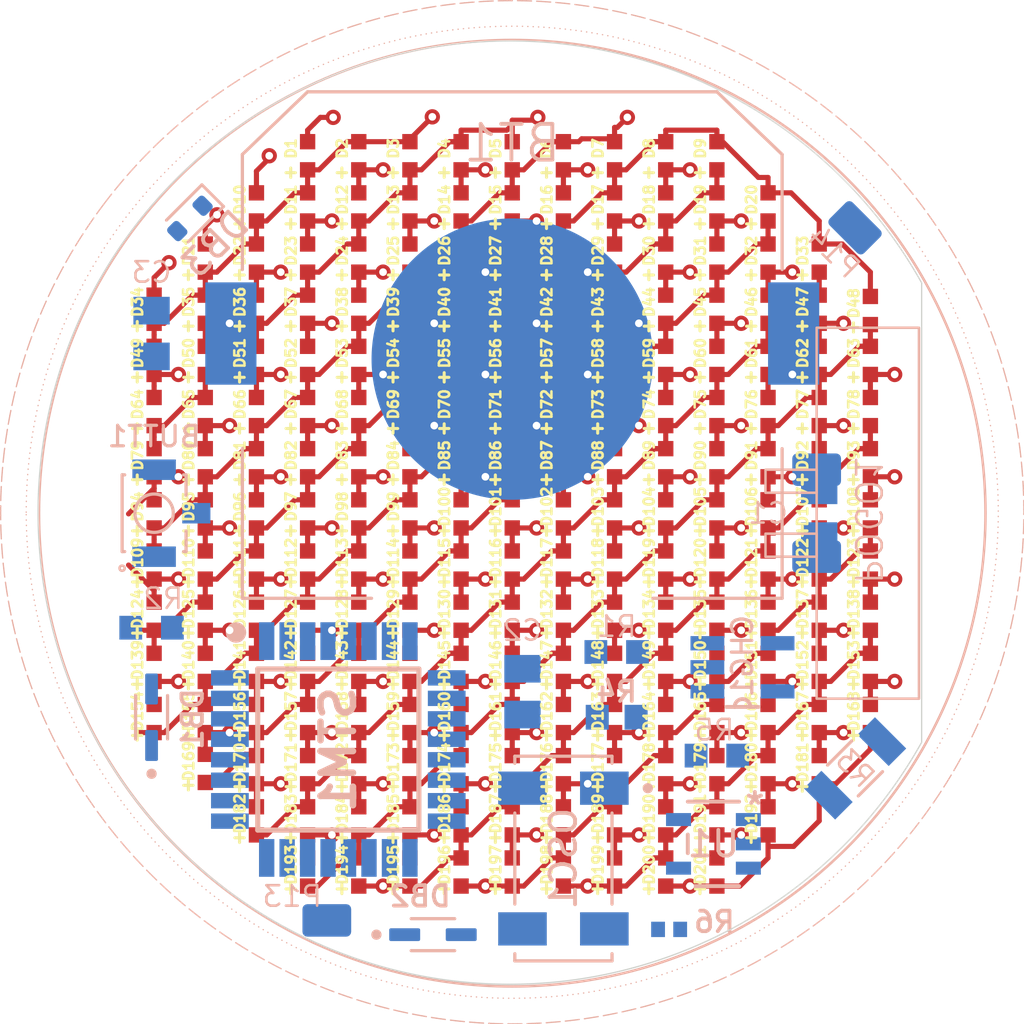
<source format=kicad_pcb>
(kicad_pcb (version 20241229) (generator "pcbnew") (generator_version "9.0")
  (layers (0 "F.Cu" signal) (4 "In1.Cu" signal) (6 "In2.Cu" signal) (2 "B.Cu" signal) (13 "F.Paste" user) (15 "B.Paste" user) (5 "F.SilkS" user "F.Silkscreen") (7 "B.SilkS" user "B.Silkscreen") (1 "F.Mask" user) (3 "B.Mask" user) (25 "Edge.Cuts" user))
  (net 0 "")
  (net 1 "Net-(CHG1-VBAT)")
  (net 2 "Net-(U1-EN)")
  (net 3 "F")
  (net 4 "B")
  (net 5 "A")
  (net 6 "N")
  (net 7 "O")
  (net 8 "D")
  (net 9 "E")
  (net 10 "H")
  (net 11 "L")
  (net 12 "J")
  (net 13 "C")
  (net 14 "G")
  (net 15 "M")
  (net 16 "K")
  (net 17 "I")
  (net 18 "P")
  (net 19 "Net-(CHG1-PROG)")
  (net 20 "Net-(STM1-PA0)")
  (net 21 "USB + ")
  (net 22 "STM_POW")
  (net 23 "Net-(STM1-PF0-OSC_IN)")
  (net 24 "Net-(CHG1-STAT)")
  (net 25 "Net-(STM1-PF1-OSC_OUT)")
  (net 27 "Net-(STM1-PB3)")
  (net 28 "Net-(STM1-PA1)")
  (net 30 "Net-(STM1-PA13)")
  (net 31 "Net-(STM1-PA14)")
  (net 32 "GNDREF")
  (net 35 "Net-(STM1-PG10-NRST)")
  (net 36 "Net-(DB3-A)")
  (footprint "WL-SMCC_0402:WL-SMCC_0402" (layer "F.Cu") (at 208 89.55 -90)
    (property "Reference" "D108")
    (property "Value" "WL-SMCC_0402")
  )
  (footprint "WL-SMCC_0402:WL-SMCC_0402" (layer "F.Cu") (at 196 99.55 -90)
    (property "Reference" "D176")
    (property "Value" "WL-SMCC_0402")
  )
  (footprint "WL-SMCC_0402:WL-SMCC_0402" (layer "F.Cu") (at 182 95.55 -90)
    (property "Reference" "D140")
    (property "Value" "WL-SMCC_0402")
  )
  (footprint "WL-SMCC_0402:WL-SMCC_0402" (layer "F.Cu") (at 206 91.55 -90)
    (property "Reference" "D122")
    (property "Value" "WL-SMCC_0402")
  )
  (footprint "WL-SMCC_0402:WL-SMCC_0402" (layer "F.Cu") (at 190 89.55 -90)
    (property "Reference" "D99")
    (property "Value" "WL-SMCC_0402")
  )
  (footprint "WL-SMCC_0402:WL-SMCC_0402" (layer "F.Cu") (at 196 87.55 -90)
    (property "Reference" "D87")
    (property "Value" "WL-SMCC_0402")
  )
  (footprint "WL-SMCC_0402:WL-SMCC_0402" (layer "F.Cu") (at 186 99.55 -90)
    (property "Reference" "D171")
    (property "Value" "WL-SMCC_0402")
  )
  (footprint "WL-SMCC_0402:WL-SMCC_0402" (layer "F.Cu") (at 188 79.55 -90)
    (property "Reference" "D24")
    (property "Value" "WL-SMCC_0402")
  )
  (footprint "WL-SMCC_0402:WL-SMCC_0402" (layer "F.Cu") (at 194 95.55 -90)
    (property "Reference" "D146")
    (property "Value" "WL-SMCC_0402")
  )
  (footprint "WL-SMCC_0402:WL-SMCC_0402" (layer "F.Cu") (at 202 99.55 -90)
    (property "Reference" "D179")
    (property "Value" "WL-SMCC_0402")
  )
  (footprint "WL-SMCC_0402:WL-SMCC_0402" (layer "F.Cu") (at 192 99.55 -90)
    (property "Reference" "D174")
    (property "Value" "WL-SMCC_0402")
  )
  (footprint "WL-SMCC_0402:WL-SMCC_0402" (layer "F.Cu") (at 180 91.55 -90)
    (property "Reference" "D109")
    (property "Value" "WL-SMCC_0402")
  )
  (footprint "WL-SMCC_0402:WL-SMCC_0402" (layer "F.Cu") (at 198 99.55 -90)
    (property "Reference" "D177")
    (property "Value" "WL-SMCC_0402")
  )
  (footprint "WL-SMCC_0402:WL-SMCC_0402" (layer "F.Cu") (at 186 95.55 -90)
    (property "Reference" "D142")
    (property "Value" "WL-SMCC_0402")
  )
  (footprint "WL-SMCC_0402:WL-SMCC_0402" (layer "F.Cu") (at 200 91.55 -90)
    (property "Reference" "D119")
    (property "Value" "WL-SMCC_0402")
  )
  (footprint "WL-SMCC_0402:WL-SMCC_0402" (layer "F.Cu") (at 194 89.55 -90)
    (property "Reference" "D101")
    (property "Value" "WL-SMCC_0402")
  )
  (footprint "WL-SMCC_0402:WL-SMCC_0402" (layer "F.Cu") (at 190 103.55 -90)
    (property "Reference" "D195")
    (property "Value" "WL-SMCC_0402")
  )
  (footprint "WL-SMCC_0402:WL-SMCC_0402" (layer "F.Cu") (at 192 93.55 -90)
    (property "Reference" "D130")
    (property "Value" "WL-SMCC_0402")
  )
  (footprint "WL-SMCC_0402:WL-SMCC_0402" (layer "F.Cu") (at 188 97.55 -90)
    (property "Reference" "D158")
    (property "Value" "WL-SMCC_0402")
  )
  (footprint "WL-SMCC_0402:WL-SMCC_0402" (layer "F.Cu") (at 198 83.55 -90)
    (property "Reference" "D58")
    (property "Value" "WL-SMCC_0402")
  )
  (footprint "WL-SMCC_0402:WL-SMCC_0402" (layer "F.Cu") (at 184 81.55 -90)
    (property "Reference" "D36")
    (property "Value" "WL-SMCC_0402")
  )
  (footprint "WL-SMCC_0402:WL-SMCC_0402" (layer "F.Cu") (at 190 95.55 -90)
    (property "Reference" "D144")
    (property "Value" "WL-SMCC_0402")
  )
  (footprint "WL-SMCC_0402:WL-SMCC_0402" (layer "F.Cu") (at 198 91.55 -90)
    (property "Reference" "D118")
    (property "Value" "WL-SMCC_0402")
  )
  (footprint "WL-SMCC_0402:WL-SMCC_0402" (layer "F.Cu") (at 202 79.55 -90)
    (property "Reference" "D31")
    (property "Value" "WL-SMCC_0402")
  )
  (footprint "WL-SMCC_0402:WL-SMCC_0402" (layer "F.Cu") (at 186 93.55 -90)
    (property "Reference" "D127")
    (property "Value" "WL-SMCC_0402")
  )
  (footprint "WL-SMCC_0402:WL-SMCC_0402" (layer "F.Cu") (at 200 99.55 -90)
    (property "Reference" "D178")
    (property "Value" "WL-SMCC_0402")
  )
  (footprint "WL-SMCC_0402:WL-SMCC_0402" (layer "F.Cu") (at 204 83.55 -90)
    (property "Reference" "D61")
    (property "Value" "WL-SMCC_0402")
  )
  (footprint "WL-SMCC_0402:WL-SMCC_0402" (layer "F.Cu") (at 188 85.55 -90)
    (property "Reference" "D68")
    (property "Value" "WL-SMCC_0402")
  )
  (footprint "WL-SMCC_0402:WL-SMCC_0402" (layer "F.Cu") (at 208 95.55 -90)
    (property "Reference" "D153")
    (property "Value" "WL-SMCC_0402")
  )
  (footprint "WL-SMCC_0402:WL-SMCC_0402" (layer "F.Cu") (at 192 91.55 -90)
    (property "Reference" "D115")
    (property "Value" "WL-SMCC_0402")
  )
  (footprint "WL-SMCC_0402:WL-SMCC_0402" (layer "F.Cu") (at 200 101.55 -90)
    (property "Reference" "D190")
    (property "Value" "WL-SMCC_0402")
  )
  (footprint "WL-SMCC_0402:WL-SMCC_0402" (layer "F.Cu") (at 188 101.55 -90)
    (property "Reference" "D184")
    (property "Value" "WL-SMCC_0402")
  )
  (footprint "WL-SMCC_0402:WL-SMCC_0402" (layer "F.Cu") (at 188 75.55 -90)
    (property "Reference" "D2")
    (property "Value" "WL-SMCC_0402")
  )
  (footprint "WL-SMCC_0402:WL-SMCC_0402" (layer "F.Cu") (at 200 95.55 -90)
    (property "Reference" "D149")
    (property "Value" "WL-SMCC_0402")
  )
  (footprint "WL-SMCC_0402:WL-SMCC_0402" (layer "F.Cu") (at 194 85.55 -90)
    (property "Reference" "D71")
    (property "Value" "WL-SMCC_0402")
  )
  (footprint "WL-SMCC_0402:WL-SMCC_0402" (layer "F.Cu") (at 194 79.55 -90)
    (property "Reference" "D27")
    (property "Value" "WL-SMCC_0402")
  )
  (footprint "WL-SMCC_0402:WL-SMCC_0402" (layer "F.Cu") (at 182 97.55 -90)
    (property "Reference" "D155")
    (property "Value" "WL-SMCC_0402")
  )
  (footprint "WL-SMCC_0402:WL-SMCC_0402" (layer "F.Cu") (at 186 75.55 -90)
    (property "Reference" "D1")
    (property "Value" "WL-SMCC_0402")
  )
  (footprint "WL-SMCC_0402:WL-SMCC_0402" (layer "F.Cu") (at 202 85.55 -90)
    (property "Reference" "D75")
    (property "Value" "WL-SMCC_0402")
  )
  (footprint "WL-SMCC_0402:WL-SMCC_0402" (layer "F.Cu") (at 192 85.55 -90)
    (property "Reference" "D70")
    (property "Value" "WL-SMCC_0402")
  )
  (footprint "WL-SMCC_0402:WL-SMCC_0402" (layer "F.Cu") (at 202 81.55 -90)
    (property "Reference" "D45")
    (property "Value" "WL-SMCC_0402")
  )
  (footprint "WL-SMCC_0402:WL-SMCC_0402" (layer "F.Cu") (at 190 79.55 -90)
    (property "Reference" "D25")
    (property "Value" "WL-SMCC_0402")
  )
  (footprint "WL-SMCC_0402:WL-SMCC_0402" (layer "F.Cu") (at 184 97.55 -90)
    (property "Reference" "D156")
    (property "Value" "WL-SMCC_0402")
  )
  (footprint "WL-SMCC_0402:WL-SMCC_0402" (layer "F.Cu") (at 198 87.55 -90)
    (property "Reference" "D88")
    (property "Value" "WL-SMCC_0402")
  )
  (footprint "WL-SMCC_0402:WL-SMCC_0402" (layer "F.Cu") (at 186 101.55 -90)
    (property "Reference" "D183")
    (property "Value" "WL-SMCC_0402")
  )
  (footprint "WL-SMCC_0402:WL-SMCC_0402" (layer "F.Cu") (at 184 83.55 -90)
    (property "Reference" "D51")
    (property "Value" "WL-SMCC_0402")
  )
  (footprint "WL-SMCC_0402:WL-SMCC_0402" (layer "F.Cu") (at 196 97.55 -90)
    (property "Reference" "D162")
    (property "Value" "WL-SMCC_0402")
  )
  (footprint "WL-SMCC_0402:WL-SMCC_0402" (layer "F.Cu") (at 198 81.55 -90)
    (property "Reference" "D43")
    (property "Value" "WL-SMCC_0402")
  )
  (footprint "WL-SMCC_0402:WL-SMCC_0402" (layer "F.Cu") (at 204 81.55 -90)
    (property "Reference" "D46")
    (property "Value" "WL-SMCC_0402")
  )
  (footprint "WL-SMCC_0402:WL-SMCC_0402" (layer "F.Cu") (at 198 79.55 -90)
    (property "Reference" "D29")
    (property "Value" "WL-SMCC_0402")
  )
  (footprint "WL-SMCC_0402:WL-SMCC_0402" (layer "F.Cu") (at 182 83.55 -90)
    (property "Reference" "D50")
    (property "Value" "WL-SMCC_0402")
  )
  (footprint "WL-SMCC_0402:WL-SMCC_0402" (layer "F.Cu") (at 202 77.55 -90)
    (property "Reference" "D19")
    (property "Value" "WL-SMCC_0402")
  )
  (footprint "WL-SMCC_0402:WL-SMCC_0402" (layer "F.Cu") (at 206 85.55 -90)
    (property "Reference" "D77")
    (property "Value" "WL-SMCC_0402")
  )
  (footprint "WL-SMCC_0402:WL-SMCC_0402" (layer "F.Cu") (at 198 101.55 -90)
    (property "Reference" "D189")
    (property "Value" "WL-SMCC_0402")
  )
  (footprint "WL-SMCC_0402:WL-SMCC_0402" (layer "F.Cu") (at 198 97.55 -90)
    (property "Reference" "D163")
    (property "Value" "WL-SMCC_0402")
  )
  (footprint "WL-SMCC_0402:WL-SMCC_0402" (layer "F.Cu") (at 194 103.55 -90)
    (property "Reference" "D197")
    (property "Value" "WL-SMCC_0402")
  )
  (footprint "WL-SMCC_0402:WL-SMCC_0402" (layer "F.Cu") (at 182 93.55 -90)
    (property "Reference" "D125")
    (property "Value" "WL-SMCC_0402")
  )
  (footprint "WL-SMCC_0402:WL-SMCC_0402" (layer "F.Cu") (at 184 85.55 -90)
    (property "Reference" "D66")
    (property "Value" "WL-SMCC_0402")
  )
  (footprint "WL-SMCC_0402:WL-SMCC_0402" (layer "F.Cu") (at 182 89.55 -90)
    (property "Reference" "D95")
    (property "Value" "WL-SMCC_0402")
  )
  (footprint "WL-SMCC_0402:WL-SMCC_0402" (layer "F.Cu") (at 200 87.55 -90)
    (property "Reference" "D89")
    (property "Value" "WL-SMCC_0402")
  )
  (footprint "WL-SMCC_0402:WL-SMCC_0402" (layer "F.Cu") (at 204 79.55 -90)
    (property "Reference" "D32")
    (property "Value" "WL-SMCC_0402")
  )
  (footprint "WL-SMCC_0402:WL-SMCC_0402" (layer "F.Cu") (at 202 95.55 -90)
    (property "Reference" "D150")
    (property "Value" "WL-SMCC_0402")
  )
  (footprint "WL-SMCC_0402:WL-SMCC_0402" (layer "F.Cu") (at 194 101.55 -90)
    (property "Reference" "D187")
    (property "Value" "WL-SMCC_0402")
  )
  (footprint "WL-SMCC_0402:WL-SMCC_0402" (layer "F.Cu") (at 206 81.55 -90)
    (property "Reference" "D47")
    (property "Value" "WL-SMCC_0402")
  )
  (footprint "WL-SMCC_0402:WL-SMCC_0402" (layer "F.Cu") (at 192 95.55 -90)
    (property "Reference" "D145")
    (property "Value" "WL-SMCC_0402")
  )
  (footprint "WL-SMCC_0402:WL-SMCC_0402" (layer "F.Cu") (at 192 81.55 -90)
    (property "Reference" "D40")
    (property "Value" "WL-SMCC_0402")
  )
  (footprint "WL-SMCC_0402:WL-SMCC_0402" (layer "F.Cu") (at 184 95.55 -90)
    (property "Reference" "D141")
    (property "Value" "WL-SMCC_0402")
  )
  (footprint "WL-SMCC_0402:WL-SMCC_0402" (layer "F.Cu") (at 180 87.55 -90)
    (property "Reference" "D79")
    (property "Value" "WL-SMCC_0402")
  )
  (footprint "WL-SMCC_0402:WL-SMCC_0402" (layer "F.Cu") (at 208 83.55 -90)
    (property "Reference" "D63")
    (property "Value" "WL-SMCC_0402")
  )
  (footprint "WL-SMCC_0402:WL-SMCC_0402" (layer "F.Cu") (at 208 97.55 -90)
    (property "Reference" "D168")
    (property "Value" "WL-SMCC_0402")
  )
  (footprint "WL-SMCC_0402:WL-SMCC_0402" (layer "F.Cu") (at 204 77.55 -90)
    (property "Reference" "D20")
    (property "Value" "WL-SMCC_0402")
  )
  (footprint "WL-SMCC_0402:WL-SMCC_0402" (layer "F.Cu") (at 200 79.55 -90)
    (property "Reference" "D30")
    (property "Value" "WL-SMCC_0402")
  )
  (footprint "WL-SMCC_0402:WL-SMCC_0402" (layer "F.Cu") (at 200 85.55 -90)
    (property "Reference" "D74")
    (property "Value" "WL-SMCC_0402")
  )
  (footprint "WL-SMCC_0402:WL-SMCC_0402" (layer "F.Cu") (at 180 95.55 -90)
    (property "Reference" "D139")
    (property "Value" "WL-SMCC_0402")
  )
  (footprint "WL-SMCC_0402:WL-SMCC_0402" (layer "F.Cu") (at 184 101.55 -90)
    (property "Reference" "D182")
    (property "Value" "WL-SMCC_0402")
  )
  (footprint "WL-SMCC_0402:WL-SMCC_0402" (layer "F.Cu") (at 182 79.55 -90)
    (property "Reference" "D21")
    (property "Value" "WL-SMCC_0402")
  )
  (footprint "WL-SMCC_0402:WL-SMCC_0402" (layer "F.Cu") (at 202 97.55 -90)
    (property "Reference" "D165")
    (property "Value" "WL-SMCC_0402")
  )
  (footprint "WL-SMCC_0402:WL-SMCC_0402" (layer "F.Cu") (at 206 89.55 -90)
    (property "Reference" "D107")
    (property "Value" "WL-SMCC_0402")
  )
  (footprint "WL-SMCC_0402:WL-SMCC_0402" (layer "F.Cu") (at 196 85.55 -90)
    (property "Reference" "D72")
    (property "Value" "WL-SMCC_0402")
  )
  (footprint "WL-SMCC_0402:WL-SMCC_0402" (layer "F.Cu") (at 182 87.55 -90)
    (property "Reference" "D80")
    (property "Value" "WL-SMCC_0402")
  )
  (footprint "WL-SMCC_0402:WL-SMCC_0402" (layer "F.Cu") (at 180 83.55 -90)
    (property "Reference" "D49")
    (property "Value" "WL-SMCC_0402")
  )
  (footprint "WL-SMCC_0402:WL-SMCC_0402" (layer "F.Cu") (at 186 87.55 -90)
    (property "Reference" "D82")
    (property "Value" "WL-SMCC_0402")
  )
  (footprint "WL-SMCC_0402:WL-SMCC_0402" (layer "F.Cu") (at 180 97.55 -90)
    (property "Reference" "D154")
    (property "Value" "WL-SMCC_0402")
  )
  (footprint "WL-SMCC_0402:WL-SMCC_0402" (layer "F.Cu") (at 190 93.55 -90)
    (property "Reference" "D129")
    (property "Value" "WL-SMCC_0402")
  )
  (footprint "WL-SMCC_0402:WL-SMCC_0402" (layer "F.Cu") (at 200 83.55 -90)
    (property "Reference" "D59")
    (property "Value" "WL-SMCC_0402")
  )
  (footprint "WL-SMCC_0402:WL-SMCC_0402" (layer "F.Cu") (at 206 87.55 -90)
    (property "Reference" "D92")
    (property "Value" "WL-SMCC_0402")
  )
  (footprint "WL-SMCC_0402:WL-SMCC_0402" (layer "F.Cu") (at 208 81.6 -90)
    (property "Reference" "D48")
    (property "Value" "WL-SMCC_0402")
  )
  (footprint "WL-SMCC_0402:WL-SMCC_0402" (layer "F.Cu") (at 194 81.55 -90)
    (property "Reference" "D41")
    (property "Value" "WL-SMCC_0402")
  )
  (footprint "WL-SMCC_0402:WL-SMCC_0402" (layer "F.Cu") (at 208 87.55 -90)
    (property "Reference" "D93")
    (property "Value" "WL-SMCC_0402")
  )
  (footprint "WL-SMCC_0402:WL-SMCC_0402" (layer "F.Cu") (at 200 89.55 -90)
    (property "Reference" "D104")
    (property "Value" "WL-SMCC_0402")
  )
  (footprint "WL-SMCC_0402:WL-SMCC_0402" (layer "F.Cu") (at 180 85.55 -90)
    (property "Reference" "D64")
    (property "Value" "WL-SMCC_0402")
  )
  (footprint "WL-SMCC_0402:WL-SMCC_0402" (layer "F.Cu") (at 194 83.55 -90)
    (property "Reference" "D56")
    (property "Value" "WL-SMCC_0402")
  )
  (footprint "WL-SMCC_0402:WL-SMCC_0402" (layer "F.Cu") (at 204 99.55 -90)
    (property "Reference" "D180")
    (property "Value" "WL-SMCC_0402")
  )
  (footprint "WL-SMCC_0402:WL-SMCC_0402" (layer "F.Cu") (at 196 93.55 -90)
    (property "Reference" "D132")
    (property "Value" "WL-SMCC_0402")
  )
  (footprint "WL-SMCC_0402:WL-SMCC_0402" (layer "F.Cu") (at 184 87.55 -90)
    (property "Reference" "D81")
    (property "Value" "WL-SMCC_0402")
  )
  (footprint "WL-SMCC_0402:WL-SMCC_0402" (layer "F.Cu") (at 208 93.55 -90)
    (property "Reference" "D138")
    (property "Value" "WL-SMCC_0402")
  )
  (footprint "WL-SMCC_0402:WL-SMCC_0402" (layer "F.Cu") (at 202 91.55 -90)
    (property "Reference" "D120")
    (property "Value" "WL-SMCC_0402")
  )
  (footprint "WL-SMCC_0402:WL-SMCC_0402" (layer "F.Cu") (at 180 93.55 -90)
    (property "Reference" "D124")
    (property "Value" "WL-SMCC_0402")
  )
  (footprint "WL-SMCC_0402:WL-SMCC_0402" (layer "F.Cu") (at 206 99.55 -90)
    (property "Reference" "D181")
    (property "Value" "WL-SMCC_0402")
  )
  (footprint "WL-SMCC_0402:WL-SMCC_0402" (layer "F.Cu") (at 190 101.55 -90)
    (property "Reference" "D185")
    (property "Value" "WL-SMCC_0402")
  )
  (footprint "WL-SMCC_0402:WL-SMCC_0402" (layer "F.Cu") (at 190 81.55 -90)
    (property "Reference" "D39")
    (property "Value" "WL-SMCC_0402")
  )
  (footprint "WL-SMCC_0402:WL-SMCC_0402" (layer "F.Cu") (at 188 93.55 -90)
    (property "Reference" "D128")
    (property "Value" "WL-SMCC_0402")
  )
  (footprint "WL-SMCC_0402:WL-SMCC_0402" (layer "F.Cu") (at 198 75.55 -90)
    (property "Reference" "D7")
    (property "Value" "WL-SMCC_0402")
  )
  (footprint "WL-SMCC_0402:WL-SMCC_0402" (layer "F.Cu") (at 194 75.55 -90)
    (property "Reference" "D5")
    (property "Value" "WL-SMCC_0402")
  )
  (footprint "WL-SMCC_0402:WL-SMCC_0402" (layer "F.Cu") (at 194 77.55 -90)
    (property "Reference" "D15")
    (property "Value" "WL-SMCC_0402")
  )
  (footprint "WL-SMCC_0402:WL-SMCC_0402" (layer "F.Cu") (at 196 81.55 -90)
    (property "Reference" "D42")
    (property "Value" "WL-SMCC_0402")
  )
  (footprint "WL-SMCC_0402:WL-SMCC_0402" (layer "F.Cu") (at 196 75.55 -90)
    (property "Reference" "D6")
    (property "Value" "WL-SMCC_0402")
  )
  (footprint "WL-SMCC_0402:WL-SMCC_0402" (layer "F.Cu") (at 194 99.55 -90)
    (property "Reference" "D175")
    (property "Value" "WL-SMCC_0402")
  )
  (footprint "WL-SMCC_0402:WL-SMCC_0402" (layer "F.Cu") (at 186 97.55 -90)
    (property "Reference" "D157")
    (property "Value" "WL-SMCC_0402")
  )
  (footprint "WL-SMCC_0402:WL-SMCC_0402" (layer "F.Cu") (at 190 75.55 -90)
    (property "Reference" "D3")
    (property "Value" "WL-SMCC_0402")
  )
  (footprint "WL-SMCC_0402:WL-SMCC_0402" (layer "F.Cu") (at 186 83.55 -90)
    (property "Reference" "D52")
    (property "Value" "WL-SMCC_0402")
  )
  (footprint "WL-SMCC_0402:WL-SMCC_0402" (layer "F.Cu") (at 196 83.55 -90)
    (property "Reference" "D57")
    (property "Value" "WL-SMCC_0402")
  )
  (footprint "WL-SMCC_0402:WL-SMCC_0402" (layer "F.Cu") (at 192 83.55 -90)
    (property "Reference" "D55")
    (property "Value" "WL-SMCC_0402")
  )
  (footprint "WL-SMCC_0402:WL-SMCC_0402" (layer "F.Cu") (at 188 83.55 -90)
    (property "Reference" "D53")
    (property "Value" "WL-SMCC_0402")
  )
  (footprint "WL-SMCC_0402:WL-SMCC_0402" (layer "F.Cu") (at 186 79.55 -90)
    (property "Reference" "D23")
    (property "Value" "WL-SMCC_0402")
  )
  (footprint "WL-SMCC_0402:WL-SMCC_0402" (layer "F.Cu") (at 192 79.55 -90)
    (property "Reference" "D26")
    (property "Value" "WL-SMCC_0402")
  )
  (footprint "WL-SMCC_0402:WL-SMCC_0402" (layer "F.Cu") (at 200 81.55 -90)
    (property "Reference" "D44")
    (property "Value" "WL-SMCC_0402")
  )
  (footprint "WL-SMCC_0402:WL-SMCC_0402" (layer "F.Cu") (at 192 103.55 -90)
    (property "Reference" "D196")
    (property "Value" "WL-SMCC_0402")
  )
  (footprint "WL-SMCC_0402:WL-SMCC_0402" (layer "F.Cu") (at 184 79.55 -90)
    (property "Reference" "D22")
    (property "Value" "WL-SMCC_0402")
  )
  (footprint "WL-SMCC_0402:WL-SMCC_0402" (layer "F.Cu") (at 184 91.55 -90)
    (property "Reference" "D111")
    (property "Value" "WL-SMCC_0402")
  )
  (footprint "WL-SMCC_0402:WL-SMCC_0402" (layer "F.Cu") (at 196 101.55 -90)
    (property "Reference" "D188")
    (property "Value" "WL-SMCC_0402")
  )
  (footprint "WL-SMCC_0402:WL-SMCC_0402" (layer "F.Cu") (at 188 99.55 -90)
    (property "Reference" "D172")
    (property "Value" "WL-SMCC_0402")
  )
  (footprint "WL-SMCC_0402:WL-SMCC_0402" (layer "F.Cu") (at 204 91.55 -90)
    (property "Reference" "D121")
    (property "Value" "WL-SMCC_0402")
  )
  (footprint "WL-SMCC_0402:WL-SMCC_0402" (layer "F.Cu") (at 194 97.55 -90)
    (property "Reference" "D161")
    (property "Value" "WL-SMCC_0402")
  )
  (footprint "WL-SMCC_0402:WL-SMCC_0402" (layer "F.Cu") (at 196 77.55 -90)
    (property "Reference" "D16")
    (property "Value" "WL-SMCC_0402")
  )
  (footprint "WL-SMCC_0402:WL-SMCC_0402" (layer "F.Cu") (at 202 103.55 -90)
    (property "Reference" "D201")
    (property "Value" "WL-SMCC_0402")
  )
  (footprint "WL-SMCC_0402:WL-SMCC_0402" (layer "F.Cu") (at 186 103.55 -90)
    (property "Reference" "D193")
    (property "Value" "WL-SMCC_0402")
  )
  (footprint "WL-SMCC_0402:WL-SMCC_0402" (layer "F.Cu") (at 196 95.55 -90)
    (property "Reference" "D147")
    (property "Value" "WL-SMCC_0402")
  )
  (footprint "WL-SMCC_0402:WL-SMCC_0402" (layer "F.Cu") (at 196 91.55 -90)
    (property "Reference" "D117")
    (property "Value" "WL-SMCC_0402")
  )
  (footprint "WL-SMCC_0402:WL-SMCC_0402" (layer "F.Cu") (at 204 93.55 -90)
    (property "Reference" "D136")
    (property "Value" "WL-SMCC_0402")
  )
  (footprint "WL-SMCC_0402:WL-SMCC_0402" (layer "F.Cu") (at 198 103.55 -90)
    (property "Reference" "D199")
    (property "Value" "WL-SMCC_0402")
  )
  (footprint "WL-SMCC_0402:WL-SMCC_0402" (layer "F.Cu") (at 194 87.55 -90)
    (property "Reference" "D86")
    (property "Value" "WL-SMCC_0402")
  )
  (footprint "WL-SMCC_0402:WL-SMCC_0402" (layer "F.Cu") (at 190 99.55 -90)
    (property "Reference" "D173")
    (property "Value" "WL-SMCC_0402")
  )
  (footprint "WL-SMCC_0402:WL-SMCC_0402" (layer "F.Cu") (at 206 95.55 -90)
    (property "Reference" "D152")
    (property "Value" "WL-SMCC_0402")
  )
  (footprint "WL-SMCC_0402:WL-SMCC_0402" (layer "F.Cu") (at 188 77.55 -90)
    (property "Reference" "D12")
    (property "Value" "WL-SMCC_0402")
  )
  (footprint "WL-SMCC_0402:WL-SMCC_0402" (layer "F.Cu") (at 188 95.55 -90)
    (property "Reference" "D143")
    (property "Value" "WL-SMCC_0402")
  )
  (footprint "WL-SMCC_0402:WL-SMCC_0402" (layer "F.Cu") (at 186 81.55 -90)
    (property "Reference" "D37")
    (property "Value" "WL-SMCC_0402")
  )
  (footprint "WL-SMCC_0402:WL-SMCC_0402" (layer "F.Cu") (at 204 101.55 -90)
    (property "Reference" "D192")
    (property "Value" "WL-SMCC_0402")
  )
  (footprint "WL-SMCC_0402:WL-SMCC_0402" (layer "F.Cu") (at 190 85.55 -90)
    (property "Reference" "D69")
    (property "Value" "WL-SMCC_0402")
  )
  (footprint "WL-SMCC_0402:WL-SMCC_0402" (layer "F.Cu") (at 206 79.55 -90)
    (property "Reference" "D33")
    (property "Value" "WL-SMCC_0402")
  )
  (footprint "WL-SMCC_0402:WL-SMCC_0402" (layer "F.Cu") (at 182 81.55 -90)
    (property "Reference" "D35")
    (property "Value" "WL-SMCC_0402")
  )
  (footprint "WL-SMCC_0402:WL-SMCC_0402" (layer "F.Cu") (at 204 95.55 -90)
    (property "Reference" "D151")
    (property "Value" "WL-SMCC_0402")
  )
  (footprint "WL-SMCC_0402:WL-SMCC_0402" (layer "F.Cu") (at 198 93.55 -90)
    (property "Reference" "D133")
    (property "Value" "WL-SMCC_0402")
  )
  (footprint "WL-SMCC_0402:WL-SMCC_0402" (layer "F.Cu") (at 184 93.55 -90)
    (property "Reference" "D126")
    (property "Value" "WL-SMCC_0402")
  )
  (footprint "WL-SMCC_0402:WL-SMCC_0402" (layer "F.Cu") (at 182 85.55 -90)
    (property "Reference" "D65")
    (property "Value" "WL-SMCC_0402")
  )
  (footprint "WL-SMCC_0402:WL-SMCC_0402" (layer "F.Cu") (at 204 89.55 -90)
    (property "Reference" "D106")
    (property "Value" "WL-SMCC_0402")
  )
  (footprint "WL-SMCC_0402:WL-SMCC_0402" (layer "F.Cu") (at 202 83.55 -90)
    (property "Reference" "D60")
    (property "Value" "WL-SMCC_0402")
  )
  (footprint "WL-SMCC_0402:WL-SMCC_0402" (layer "F.Cu") (at 200 103.55 -90)
    (property "Reference" "D200")
    (property "Value" "WL-SMCC_0402")
  )
  (footprint "WL-SMCC_0402:WL-SMCC_0402" (layer "F.Cu") (at 190 97.55 -90)
    (property "Reference" "D159")
    (property "Value" "WL-SMCC_0402")
  )
  (footprint "WL-SMCC_0402:WL-SMCC_0402" (layer "F.Cu") (at 186 89.55 -90)
    (property "Reference" "D97")
    (property "Value" "WL-SMCC_0402")
  )
  (footprint "WL-SMCC_0402:WL-SMCC_0402" (layer "F.Cu") (at 202 101.55 -90)
    (property "Reference" "D191")
    (property "Value" "WL-SMCC_0402")
  )
  (footprint "WL-SMCC_0402:WL-SMCC_0402" (layer "F.Cu") (at 204 85.55 -90)
    (property "Reference" "D76")
    (property "Value" "WL-SMCC_0402")
  )
  (footprint "WL-SMCC_0402:WL-SMCC_0402" (layer "F.Cu") (at 198 85.55 -90)
    (property "Reference" "D73")
    (property "Value" "WL-SMCC_0402")
  )
  (footprint "WL-SMCC_0402:WL-SMCC_0402" (layer "F.Cu") (at 192 97.55 -90)
    (property "Reference" "D160")
    (property "Value" "WL-SMCC_0402")
  )
  (footprint "WL-SMCC_0402:WL-SMCC_0402" (layer "F.Cu") (at 188 87.55 -90)
    (property "Reference" "D83")
    (property "Value" "WL-SMCC_0402")
  )
  (footprint "WL-SMCC_0402:WL-SMCC_0402" (layer "F.Cu") (at 194 93.55 -90)
    (property "Reference" "D131")
    (property "Value" "WL-SMCC_0402")
  )
  (footprint "WL-SMCC_0402:WL-SMCC_0402" (layer "F.Cu") (at 180 89.55 -90)
    (property "Reference" "D94")
    (property "Value" "WL-SMCC_0402")
  )
  (footprint "WL-SMCC_0402:WL-SMCC_0402" (layer "F.Cu") (at 188 91.55 -90)
    (property "Reference" "D113")
    (property "Value" "WL-SMCC_0402")
  )
  (footprint "WL-SMCC_0402:WL-SMCC_0402" (layer "F.Cu") (at 188 103.55 -90)
    (property "Reference" "D194")
    (property "Value" "WL-SMCC_0402")
  )
  (footprint "WL-SMCC_0402:WL-SMCC_0402" (layer "F.Cu") (at 196 79.55 -90)
    (property "Reference" "D28")
    (property "Value" "WL-SMCC_0402")
  )
  (footprint "WL-SMCC_0402:WL-SMCC_0402" (layer "F.Cu") (at 204 87.55 -90)
    (property "Reference" "D91")
    (property "Value" "WL-SMCC_0402")
  )
  (footprint "WL-SMCC_0402:WL-SMCC_0402" (layer "F.Cu") (at 192 101.55 -90)
    (property "Reference" "D186")
    (property "Value" "WL-SMCC_0402")
  )
  (footprint "WL-SMCC_0402:WL-SMCC_0402" (layer "F.Cu") (at 200 93.55 -90)
    (property "Reference" "D134")
    (property "Value" "WL-SMCC_0402")
  )
  (footprint "WL-SMCC_0402:WL-SMCC_0402" (layer "F.Cu") (at 184 77.55 -90)
    (property "Reference" "D10")
    (property "Value" "WL-SMCC_0402")
  )
  (footprint "WL-SMCC_0402:WL-SMCC_0402" (layer "F.Cu") (at 182 91.55 -90)
    (property "Reference" "D110")
    (property "Value" "WL-SMCC_0402")
  )
  (footprint "WL-SMCC_0402:WL-SMCC_0402" (layer "F.Cu") (at 206 83.55 -90)
    (property "Reference" "D62")
    (property "Value" "WL-SMCC_0402")
  )
  (footprint "WL-SMCC_0402:WL-SMCC_0402" (layer "F.Cu") (at 184 89.55 -90)
    (property "Reference" "D96")
    (property "Value" "WL-SMCC_0402")
  )
  (footprint "WL-SMCC_0402:WL-SMCC_0402" (layer "F.Cu") (at 206 93.55 -90)
    (property "Reference" "D137")
    (property "Value" "WL-SMCC_0402")
  )
  (footprint "WL-SMCC_0402:WL-SMCC_0402" (layer "F.Cu") (at 200 75.55 -90)
    (property "Reference" "D8")
    (property "Value" "WL-SMCC_0402")
  )
  (footprint "WL-SMCC_0402:WL-SMCC_0402" (layer "F.Cu") (at 186 85.55 -90)
    (property "Reference" "D67")
    (property "Value" "WL-SMCC_0402")
  )
  (footprint "WL-SMCC_0402:WL-SMCC_0402" (layer "F.Cu") (at 180 81.55 -90)
    (property "Reference" "D34")
    (property "Value" "WL-SMCC_0402")
  )
  (footprint "WL-SMCC_0402:WL-SMCC_0402" (layer "F.Cu") (at 198 77.55 -90)
    (property "Reference" "D17")
    (property "Value" "WL-SMCC_0402")
  )
  (footprint "WL-SMCC_0402:WL-SMCC_0402" (layer "F.Cu") (at 194 91.55 -90)
    (property "Reference" "D116")
    (property "Value" "WL-SMCC_0402")
  )
  (footprint "WL-SMCC_0402:WL-SMCC_0402" (layer "F.Cu") (at 202 87.55 -90)
    (property "Reference" "D90")
    (property "Value" "WL-SMCC_0402")
  )
  (footprint "WL-SMCC_0402:WL-SMCC_0402" (layer "F.Cu") (at 192 87.55 -90)
    (property "Reference" "D85")
    (property "Value" "WL-SMCC_0402")
  )
  (footprint "WL-SMCC_0402:WL-SMCC_0402" (layer "F.Cu") (at 202 75.55 -90)
    (property "Reference" "D9")
    (property "Value" "WL-SMCC_0402")
  )
  (footprint "WL-SMCC_0402:WL-SMCC_0402" (layer "F.Cu") (at 188 89.55 -90)
    (property "Reference" "D98")
    (property "Value" "WL-SMCC_0402")
  )
  (footprint "WL-SMCC_0402:WL-SMCC_0402" (layer "F.Cu") (at 196 103.55 -90)
    (property "Reference" "D198")
    (property "Value" "WL-SMCC_0402")
  )
  (footprint "WL-SMCC_0402:WL-SMCC_0402" (layer "F.Cu") (at 200 97.55 -90)
    (property "Reference" "D164")
    (property "Value" "WL-SMCC_0402")
  )
  (footprint "WL-SMCC_0402:WL-SMCC_0402" (layer "F.Cu") (at 188 81.55 -90)
    (property "Reference" "D38")
    (property "Value" "WL-SMCC_0402")
  )
  (footprint "WL-SMCC_0402:WL-SMCC_0402" (layer "F.Cu") (at 198 89.55 -90)
    (property "Reference" "D103")
    (property "Value" "WL-SMCC_0402")
  )
  (footprint "WL-SMCC_0402:WL-SMCC_0402" (layer "F.Cu") (at 196 89.55 -90)
    (property "Reference" "D102")
    (property "Value" "WL-SMCC_0402")
  )
  (footprint "WL-SMCC_0402:WL-SMCC_0402" (layer "F.Cu") (at 192 75.55 -90)
    (property "Reference" "D4")
    (property "Value" "WL-SMCC_0402")
  )
  (footprint "WL-SMCC_0402:WL-SMCC_0402" (layer "F.Cu") (at 182 99.5 -90)
    (property "Reference" "D169")
    (property "Value" "WL-SMCC_0402")
  )
  (footprint "WL-SMCC_0402:WL-SMCC_0402" (layer "F.Cu") (at 202 89.55 -90)
    (property "Reference" "D105")
    (property "Value" "WL-SMCC_0402")
  )
  (footprint "WL-SMCC_0402:WL-SMCC_0402" (layer "F.Cu") (at 208 91.55 -90)
    (property "Reference" "D123")
    (property "Value" "WL-SMCC_0402")
  )
  (footprint "WL-SMCC_0402:WL-SMCC_0402" (layer "F.Cu") (at 190 87.55 -90)
    (property "Reference" "D84")
    (property "Value" "WL-SMCC_0402")
  )
  (footprint "WL-SMCC_0402:WL-SMCC_0402" (layer "F.Cu") (at 186 91.55 -90)
    (property "Reference" "D112")
    (property "Value" "WL-SMCC_0402")
  )
  (footprint "WL-SMCC_0402:WL-SMCC_0402" (layer "F.Cu") (at 208 85.55 -90)
    (property "Reference" "D78")
    (property "Value" "WL-SMCC_0402")
  )
  (footprint "WL-SMCC_0402:WL-SMCC_0402" (layer "F.Cu") (at 192 77.55 -90)
    (property "Reference" "D14")
    (property "Value" "WL-SMCC_0402")
  )
  (footprint "WL-SMCC_0402:WL-SMCC_0402" (layer "F.Cu") (at 204 97.55 -90)
    (property "Reference" "D166")
    (property "Value" "WL-SMCC_0402")
  )
  (footprint "WL-SMCC_0402:WL-SMCC_0402" (layer "F.Cu") (at 198 95.55 -90)
    (property "Reference" "D148")
    (property "Value" "WL-SMCC_0402")
  )
  (footprint "WL-SMCC_0402:WL-SMCC_0402" (layer "F.Cu") (at 192 89.55 -90)
    (property "Reference" "D100")
    (property "Value" "WL-SMCC_0402")
  )
  (footprint "WL-SMCC_0402:WL-SMCC_0402" (layer "F.Cu") (at 190 77.55 -90)
    (property "Reference" "D13")
    (property "Value" "WL-SMCC_0402")
  )
  (footprint "WL-SMCC_0402:WL-SMCC_0402" (layer "F.Cu") (at 190 83.55 -90)
    (property "Reference" "D54")
    (property "Value" "WL-SMCC_0402")
  )
  (footprint "WL-SMCC_0402:WL-SMCC_0402" (layer "F.Cu") (at 206 97.55 -90)
    (property "Reference" "D167")
    (property "Value" "WL-SMCC_0402")
  )
  (footprint "WL-SMCC_0402:WL-SMCC_0402" (layer "F.Cu") (at 186 77.55 -90)
    (property "Reference" "D11")
    (property "Value" "WL-SMCC_0402")
  )
  (footprint "WL-SMCC_0402:WL-SMCC_0402" (layer "F.Cu") (at 190 91.55 -90)
    (property "Reference" "D114")
    (property "Value" "WL-SMCC_0402")
  )
  (footprint "WL-SMCC_0402:WL-SMCC_0402" (layer "F.Cu") (at 184 99.55 -90)
    (property "Reference" "D170")
    (property "Value" "WL-SMCC_0402")
  )
  (footprint "WL-SMCC_0402:WL-SMCC_0402" (layer "F.Cu") (at 202 93.55 -90)
    (property "Reference" "D135")
    (property "Value" "WL-SMCC_0402")
  )
  (footprint "WL-SMCC_0402:WL-SMCC_0402" (layer "F.Cu") (at 200 77.55 -90)
    (property "Reference" "D18")
    (property "Value" "WL-SMCC_0402")
  )
  (footprint "RN73H1JTTD5052F50:RN73H1JTTD5052F50" (layer "B.Cu") (at 198.0824 94.95)
    (property "Reference" "R1")
    (property "Value" "RN73H1JTTD5052F50")
  )
  (footprint "GRM21BC81E106ME51K:CAPC2012X140N" (layer "B.Cu") (at 194.4 96.5 -90)
    (property "Reference" "C2")
    (property "Value" "GRM21BC81E106ME51K")
  )
  (footprint "B3U_1100P:SW_B3U-1100P" (layer "B.Cu") (at 180 89.524 -90)
    (property "Reference" "BUTT1")
    (property "Value" "B3U-1100P")
  )
  (footprint "GRM21BC81E106ME51K:CAPC2012X140N" (layer "B.Cu") (at 179.9 82.5 -90)
    (property "Reference" "C3")
    (property "Value" "GRM21BC81E106ME51K")
  )
  (footprint "RC1206FR_07120KL:RC1206FR_07120KL" (layer "B.Cu") (at 207.4 99.5 45)
    (property "Reference" "R3")
    (property "Value" "RC1206FR-07120KL")
  )
  (footprint "STM32G431KBT6:QFP80P900X900X160-32N" (layer "B.Cu") (at 187.2 98.762 -90)
    (property "Reference" "STM1")
    (property "Value" "STM32G431KBT6" (hide yes))
  )
  (footprint "WL-SMCC_0402:Untitled" (layer "B.Cu") (at 212.9 89.524 180)
    (property "Reference" "POGO1")
    (property "Value" "~")
  )
  (footprint "MC-306_32.7680K-E0_PURE_SN:MC-306_32.7680K-E0_PURE_SN" (layer "B.Cu") (at 196 103.024 180)
    (property "Reference" "OSC1")
    (property "Value" "MC-306_32.7680K-E0_PURE_SN")
  )
  (footprint "RMCF0603FT300K:RMCF0603FT300K" (layer "B.Cu") (at 198.0824 97.5)
    (property "Reference" "R4")
    (property "Value" "RMCF0603FT300K")
  )
  (footprint "BAS3010A03WE6327HTSA1:SOD2513X110N" (layer "B.Cu") (at 179.9 97.5 90)
    (property "Reference" "DB1")
    (property "Value" "BAS3010A03WE6327HTSA1")
  )
  (footprint "GRM21BC81E106ME51K:CAPC2012X140N" (layer "B.Cu") (at 206 89.524 -90)
    (property "Reference" "C1")
    (property "Value" "GRM21BC81E106ME51K")
  )
  (footprint "RN73H1JTTD5052F50:RN73H1JTTD5052F50" (layer "B.Cu") (at 202 99)
    (property "Reference" "R5")
    (property "Value" "RN73H1JTTD5052F50")
  )
  (footprint "TPS7A0230PDBVR:TPS7A0230PDBVR" (layer "B.Cu") (at 201.8652 102.45 180)
    (property "Reference" "U1")
    (property "Value" "TPS7A0230PDBVR")
  )
  (footprint "RN73H1JTTD5052F50:RN73H1JTTD5052F50" (layer "B.Cu") (at 179.9 94 180)
    (property "Reference" "R2")
    (property "Value" "RN73H1JTTD5052F50")
  )
  (footprint "BAT-HLD-003-SMT:BAT_BAT-HLD-003-SMT_CUT" (layer "B.Cu") (at 194 83.6 180)
    (property "Reference" "BT1")
    (property "Value" "BAT-HLD-003-SMT")
  )
  (footprint "MCP73832T_2ACI_OT:SOT95P270X145-5N" (layer "B.Cu") (at 203 95.5467)
    (property "Reference" "CHG1")
    (property "Value" "MCP73832T-2ACI_OT")
  )
  (footprint "WL-SMCC_0402:PROGPAD" (layer "B.Cu") (at 207.7536 79.4271 135)
    (property "Reference" "P14")
    (property "Value" "~")
  )
  (footprint "WL-SMCC_0402:PROGPAD" (layer "B.Cu") (at 187.7512 105.9425 180)
    (property "Reference" "P13")
    (property "Value" "~")
  )
  (footprint "RC1005F103CS:RESC1005X40N" (layer "B.Cu") (at 200.1322 105.7937)
    (property "Reference" "R6")
    (property "Value" "RC1005F103CS")
  )
  (footprint "Diode_SMD:D_SOD-523" (layer "B.Cu") (at 181.4 78 -135)
    (property "Reference" "DB3")
    (property "Value" "1N4148WT")
  )
  (footprint "BAS3010A03WE6327HTSA1:SOD2513X110N" (layer "B.Cu") (at 190.9 106)
    (property "Reference" "DB2")
    (property "Value" "BAS3010A03WE6327HTSA1")
  )
  (gr_circle (center 194 89.4865) (end 175 89.4865) (stroke (width 0.05) (type dot)) (fill no) (layer "B.SilkS"))
  (gr_circle (center 194 89.523965) (end 175.5 89.523965) (stroke (width 0.1)) (fill no) (layer "B.SilkS"))
  (gr_circle (center 194 89.4865) (end 178 77.4865) (stroke (width 0.05) (type dash)) (fill no) (layer "B.SilkS"))
  (gr_line (start 210.004442 80.5214) (end 210.004443 98.478599) (stroke (width 0.05)) (layer "Edge.Cuts"))
  (gr_arc (start 210 98.486565) (mid 175.46177 89.49544) (end 210.004443 80.5214) (stroke (width 0.05)) (layer "Edge.Cuts"))
  (segment (start 180 84.55) (end 180 84.1) (width 0.2) (layer "F.Cu") (net 3))
  (segment (start 192 96.1) (end 192.95 96.1) (width 0.2) (layer "F.Cu") (net 3))
  (segment (start 184 88.1) (end 184.95 88.1) (width 0.2) (layer "F.Cu") (net 3))
  (segment (start 204 102.1) (end 204 102.55) (width 0.2) (layer "F.Cu") (net 3))
  (segment (start 200.95 104.1) (end 202 104.1) (width 0.2) (layer "F.Cu") (net 3))
  (segment (start 194 99) (end 194 98.1) (width 0.2) (layer "F.Cu") (net 3))
  (segment (start 202.9 104.1) (end 204 103) (width 0.2) (layer "F.Cu") (net 3))
  (segment (start 186 91) (end 186 90.1) (width 0.2) (layer "F.Cu") (net 3))
  (segment (start 184 89) (end 184 88.1) (width 0.2) (layer "F.Cu") (net 3))
  (segment (start 206.65 100.1) (end 206 100.1) (width 0.2) (layer "F.Cu") (net 3))
  (segment (start 198 102.1) (end 198.95 102.1) (width 0.2) (layer "F.Cu") (net 3))
  (segment (start 208 98.1) (end 208 98.75) (width 0.2) (layer "F.Cu") (net 3))
  (segment (start 190 95) (end 190 94.1) (width 0.2) (layer "F.Cu") (net 3))
  (segment (start 192 97) (end 192 96.1) (width 0.2) (layer "F.Cu") (net 3))
  (segment (start 198 103) (end 198 102.1) (width 0.2) (layer "F.Cu") (net 3))
  (segment (start 182 86.1) (end 182.95 86.1) (width 0.2) (layer "F.Cu") (net 3))
  (segment (start 196 100.1) (end 196.95 100.1) (width 0.2) (layer "F.Cu") (net 3))
  (segment (start 186 90.1) (end 186.95 90.1) (width 0.2) (layer "F.Cu") (net 3))
  (segment (start 204 102.55) (end 205 102.55) (width 0.2) (layer "F.Cu") (net 3))
  (segment (start 205 102.55) (end 206 101.55) (width 0.2) (layer "F.Cu") (net 3))
  (segment (start 190 94.1) (end 190.95 94.1) (width 0.2) (layer "F.Cu") (net 3))
  (segment (start 180 84.1) (end 180.95 84.1) (width 0.2) (layer "F.Cu") (net 3))
  (segment (start 208 98.75) (end 206.65 100.1) (width 0.2) (layer "F.Cu") (net 3))
  (segment (start 188 92.1) (end 188.95 92.1) (width 0.2) (layer "F.Cu") (net 3))
  (segment (start 182 87) (end 182 86.1) (width 0.2) (layer "F.Cu") (net 3))
  (segment (start 204 103) (end 204 102.55) (width 0.2) (layer "F.Cu") (net 3))
  (segment (start 194 98.1) (end 194.95 98.1) (width 0.2) (layer "F.Cu") (net 3))
  (segment (start 196 101) (end 196 100.1) (width 0.2) (layer "F.Cu") (net 3))
  (segment (start 206 101.55) (end 206 100.1) (width 0.2) (layer "F.Cu") (net 3))
  (segment (start 180 85) (end 180 84.55) (width 0.2) (layer "F.Cu") (net 3))
  (segment (start 202 104.1) (end 202.9 104.1) (width 0.2) (layer "F.Cu") (net 3))
  (segment (start 200 104.1) (end 200.95 104.1) (width 0.2) (layer "F.Cu") (net 3))
  (segment (start 188 93) (end 188 92.1) (width 0.2) (layer "F.Cu") (net 3))
  (via blind (at 200.95 104.1) (size 0.6) (drill 0.3) (layers "F.Cu" "In1.Cu") (net 3))
  (via blind (at 184.95 88.1) (size 0.6) (drill 0.3) (layers "F.Cu" "In1.Cu") (net 3))
  (via blind (at 196.95 100.1) (size 0.6) (drill 0.3) (layers "F.Cu" "In1.Cu") (net 3))
  (via blind (at 190.95 94.1) (size 0.6) (drill 0.3) (layers "F.Cu" "In1.Cu") (net 3))
  (via blind (at 198.95 102.1) (size 0.6) (drill 0.3) (layers "F.Cu" "In1.Cu") (net 3))
  (via blind (at 180.95 84.1) (size 0.6) (drill 0.3) (layers "F.Cu" "In1.Cu") (net 3))
  (via blind (at 188.95 92.1) (size 0.6) (drill 0.3) (layers "F.Cu" "In1.Cu") (net 3))
  (via blind (at 182.95 86.1) (size 0.6) (drill 0.3) (layers "F.Cu" "In1.Cu") (net 3))
  (via blind (at 186.95 90.1) (size 0.6) (drill 0.3) (layers "F.Cu" "In1.Cu") (net 3))
  (via blind (at 192.95 96.1) (size 0.6) (drill 0.3) (layers "F.Cu" "In1.Cu") (net 3))
  (via blind (at 194.95 98.1) (size 0.6) (drill 0.3) (layers "F.Cu" "In1.Cu") (net 3))
  (segment (start 204 96.1) (end 204.95 96.1) (width 0.2) (layer "F.Cu") (net 4))
  (segment (start 186 78.1) (end 186.95 78.1) (width 0.2) (layer "F.Cu") (net 4))
  (segment (start 184 76.15) (end 184 76.175) (width 0.2) (layer "F.Cu") (net 4))
  (segment (start 200 93) (end 200 92.1) (width 0.2) (layer "F.Cu") (net 4))
  (segment (start 200 92.1) (end 200.95 92.1) (width 0.2) (layer "F.Cu") (net 4))
  (segment (start 188 81) (end 188 80.1) (width 0.2) (layer "F.Cu") (net 4))
  (segment (start 194 86.1) (end 194.95 86.1) (width 0.2) (layer "F.Cu") (net 4))
  (segment (start 184 76.175) (end 184 77) (width 0.2) (layer "F.Cu") (net 4))
  (segment (start 184.5 75.55) (end 184.5 75.65) (width 0.2) (layer "F.Cu") (net 4))
  (segment (start 198 91) (end 198 90.1) (width 0.2) (layer "F.Cu") (net 4))
  (segment (start 196 88.1) (end 196.95 88.1) (width 0.2) (layer "F.Cu") (net 4))
  (segment (start 196 89) (end 196 88.1) (width 0.2) (layer "F.Cu") (net 4))
  (segment (start 198 90.1) (end 198.95 90.1) (width 0.2) (layer "F.Cu") (net 4))
  (segment (start 206 99) (end 206 98.1) (width 0.2) (layer "F.Cu") (net 4))
  (segment (start 204 97) (end 204 96.1) (width 0.2) (layer "F.Cu") (net 4))
  (segment (start 184.5 75.65) (end 184 76.15) (width 0.2) (layer "F.Cu") (net 4))
  (segment (start 190 82.1) (end 190.95 82.1) (width 0.2) (layer "F.Cu") (net 4))
  (segment (start 192 84.1) (end 192.95 84.1) (width 0.2) (layer "F.Cu") (net 4))
  (segment (start 202 95) (end 202 94.1) (width 0.2) (layer "F.Cu") (net 4))
  (segment (start 188 80.1) (end 188.95 80.1) (width 0.2) (layer "F.Cu") (net 4))
  (segment (start 192 85) (end 192 84.1) (width 0.2) (layer "F.Cu") (net 4))
  (segment (start 194 87) (end 194 86.1) (width 0.2) (layer "F.Cu") (net 4))
  (segment (start 186 79) (end 186 78.1) (width 0.2) (layer "F.Cu") (net 4))
  (segment (start 202 94.1) (end 202.95 94.1) (width 0.2) (layer "F.Cu") (net 4))
  (segment (start 190 83) (end 190 82.1) (width 0.2) (layer "F.Cu") (net 4))
  (segment (start 206 98.1) (end 206.95 98.1) (width 0.2) (layer "F.Cu") (net 4))
  (via blind (at 188.95 80.1) (size 0.6) (drill 0.3) (layers "F.Cu" "In1.Cu") (net 4))
  (via blind (at 192.95 84.1) (size 0.6) (drill 0.3) (layers "F.Cu" "In1.Cu") (net 4))
  (via blind (at 196.95 88.1) (size 0.6) (drill 0.3) (layers "F.Cu" "In1.Cu") (net 4))
  (via blind (at 186.95 78.1) (size 0.6) (drill 0.3) (layers "F.Cu" "In1.Cu") (net 4))
  (via blind (at 198.95 90.1) (size 0.6) (drill 0.3) (layers "F.Cu" "In1.Cu") (net 4))
  (via blind (at 194.95 86.1) (size 0.6) (drill 0.3) (layers "F.Cu" "In1.Cu") (net 4))
  (via blind (at 190.95 82.1) (size 0.6) (drill 0.3) (layers "F.Cu" "In1.Cu") (net 4))
  (via blind (at 202.95 94.1) (size 0.6) (drill 0.3) (layers "F.Cu" "In1.Cu") (net 4))
  (via blind (at 206.95 98.1) (size 0.6) (drill 0.3) (layers "F.Cu" "In1.Cu") (net 4))
  (via blind (at 200.95 92.1) (size 0.6) (drill 0.3) (layers "F.Cu" "In1.Cu") (net 4))
  (via blind (at 184.5 75.55) (size 0.6) (drill 0.3) (layers "F.Cu" "In1.Cu") (net 4))
  (via blind (at 204.95 96.1) (size 0.6) (drill 0.3) (layers "F.Cu" "In1.Cu") (net 4))
  (segment (start 196 85) (end 196 84.1) (width 0.2) (layer "F.Cu") (net 5))
  (segment (start 208 97) (end 208 96.1) (width 0.2) (layer "F.Cu") (net 5))
  (segment (start 186.25 74.3) (end 186 74.55) (width 0.2) (layer "F.Cu") (net 5))
  (segment (start 186 74.55) (end 186 75) (width 0.2) (layer "F.Cu") (net 5))
  (segment (start 190 78.1) (end 190.95 78.1) (width 0.2) (layer "F.Cu") (net 5))
  (segment (start 194 83) (end 194 82.1) (width 0.2) (layer "F.Cu") (net 5))
  (segment (start 200 89) (end 200 88.1) (width 0.2) (layer "F.Cu") (net 5))
  (segment (start 202 90.1) (end 202.95 90.1) (width 0.2) (layer "F.Cu") (net 5))
  (segment (start 200 88.1) (end 200.95 88.1) (width 0.2) (layer "F.Cu") (net 5))
  (segment (start 202 91) (end 202 90.1) (width 0.2) (layer "F.Cu") (net 5))
  (segment (start 204 93) (end 204 92.1) (width 0.2) (layer "F.Cu") (net 5))
  (segment (start 192 81) (end 192 80.1) (width 0.2) (layer "F.Cu") (net 5))
  (segment (start 196 84.1) (end 196.95 84.1) (width 0.2) (layer "F.Cu") (net 5))
  (segment (start 188 76.1) (end 188.95 76.1) (width 0.2) (layer "F.Cu") (net 5))
  (segment (start 194 82.1) (end 194.95 82.1) (width 0.2) (layer "F.Cu") (net 5))
  (segment (start 208 96.1) (end 208.95 96.1) (width 0.2) (layer "F.Cu") (net 5))
  (segment (start 198 86.1) (end 198.95 86.1) (width 0.2) (layer "F.Cu") (net 5))
  (segment (start 206 94.1) (end 206.95 94.1) (width 0.2) (layer "F.Cu") (net 5))
  (segment (start 188 77) (end 188 76.1) (width 0.2) (layer "F.Cu") (net 5))
  (segment (start 187 74.05) (end 186.5 74.05) (width 0.2) (layer "F.Cu") (net 5))
  (segment (start 204 92.1) (end 204.95 92.1) (width 0.2) (layer "F.Cu") (net 5))
  (segment (start 192 80.1) (end 192.95 80.1) (width 0.2) (layer "F.Cu") (net 5))
  (segment (start 186.5 74.05) (end 186.25 74.3) (width 0.2) (layer "F.Cu") (net 5))
  (segment (start 190 79) (end 190 78.1) (width 0.2) (layer "F.Cu") (net 5))
  (segment (start 198 87) (end 198 86.1) (width 0.2) (layer "F.Cu") (net 5))
  (segment (start 206 95) (end 206 94.1) (width 0.2) (layer "F.Cu") (net 5))
  (via blind (at 206.95 94.1) (size 0.6) (drill 0.3) (layers "F.Cu" "In1.Cu") (net 5))
  (via blind (at 188.95 76.1) (size 0.6) (drill 0.3) (layers "F.Cu" "In1.Cu") (net 5))
  (via blind (at 194.95 82.1) (size 0.6) (drill 0.3) (layers "F.Cu" "In1.Cu") (net 5))
  (via blind (at 198.95 86.1) (size 0.6) (drill 0.3) (layers "F.Cu" "In1.Cu") (net 5))
  (via blind (at 204.95 92.1) (size 0.6) (drill 0.3) (layers "F.Cu" "In1.Cu") (net 5))
  (via blind (at 202.95 90.1) (size 0.6) (drill 0.3) (layers "F.Cu" "In1.Cu") (net 5))
  (via blind (at 208.95 96.1) (size 0.6) (drill 0.3) (layers "F.Cu" "In1.Cu") (net 5))
  (via blind (at 192.95 80.1) (size 0.6) (drill 0.3) (layers "F.Cu" "In1.Cu") (net 5))
  (via blind (at 190.95 78.1) (size 0.6) (drill 0.3) (layers "F.Cu" "In1.Cu") (net 5))
  (via blind (at 187 74.05) (size 0.6) (drill 0.3) (layers "F.Cu" "In1.Cu") (net 5))
  (via blind (at 196.95 84.1) (size 0.6) (drill 0.3) (layers "F.Cu" "In1.Cu") (net 5))
  (via blind (at 200.95 88.1) (size 0.6) (drill 0.3) (layers "F.Cu" "In1.Cu") (net 5))
  (segment (start 202 80.1) (end 202.45 80.1) (width 0.2) (layer "F.Cu") (net 6))
  (segment (start 186 97) (end 186 96.1) (width 0.2) (layer "F.Cu") (net 6))
  (segment (start 184 99) (end 184 98.95) (width 0.2) (layer "F.Cu") (net 6))
  (segment (start 190.45 92.1) (end 191.55 91) (width 0.2) (layer "F.Cu") (net 6))
  (segment (start 186.45 96.1) (end 187.55 95) (width 0.2) (layer "F.Cu") (net 6))
  (segment (start 194 88.1) (end 194.45 88.1) (width 0.2) (layer "F.Cu") (net 6))
  (segment (start 184.4 98.1) (end 185.5 97) (width 0.2) (layer "F.Cu") (net 6))
  (segment (start 185.5 97) (end 186 97) (width 0.2) (layer "F.Cu") (net 6))
  (segment (start 183.55 98.95) (end 184 98.95) (width 0.2) (layer "F.Cu") (net 6))
  (segment (start 202.45 80.1) (end 203.55 79) (width 0.2) (layer "F.Cu") (net 6))
  (segment (start 203.55 79) (end 204 79) (width 0.2) (layer "F.Cu") (net 6))
  (segment (start 203.55 79) (end 204 79) (width 0.2) (layer "F.Cu") (net 6))
  (segment (start 191.55 91) (end 192 91) (width 0.2) (layer "F.Cu") (net 6))
  (segment (start 198 85) (end 198 84.1) (width 0.2) (layer "F.Cu") (net 6))
  (segment (start 188 95) (end 188 94.1) (width 0.2) (layer "F.Cu") (net 6))
  (segment (start 190 92.1) (end 190.45 92.1) (width 0.2) (layer "F.Cu") (net 6))
  (segment (start 190 93) (end 190 92.1) (width 0.2) (layer "F.Cu") (net 6))
  (segment (start 198 84.1) (end 198.45 84.1) (width 0.2) (layer "F.Cu") (net 6))
  (segment (start 194 89) (end 194 88.1) (width 0.2) (layer "F.Cu") (net 6))
  (segment (start 188 94.1) (end 188.4 94.1) (width 0.2) (layer "F.Cu") (net 6))
  (segment (start 200 83) (end 200 82.1) (width 0.2) (layer "F.Cu") (net 6))
  (segment (start 204 79) (end 204 78.1) (width 0.2) (layer "F.Cu") (net 6))
  (segment (start 199.55 83) (end 200 83) (width 0.2) (layer "F.Cu") (net 6))
  (segment (start 192 90.1) (end 192.4 90.1) (width 0.2) (layer "F.Cu") (net 6))
  (segment (start 187.55 95) (end 188 95) (width 0.2) (layer "F.Cu") (net 6))
  (segment (start 182 100.05) (end 182.45 100.05) (width 0.2) (layer "F.Cu") (net 6))
  (segment (start 187.55 95) (end 188 95) (width 0.2) (layer "F.Cu") (net 6))
  (segment (start 193.5 89) (end 194 89) (width 0.2) (layer "F.Cu") (net 6))
  (segment (start 186 96.1) (end 186.45 96.1) (width 0.2) (layer "F.Cu") (net 6))
  (segment (start 191.55 91) (end 192 91) (width 0.2) (layer "F.Cu") (net 6))
  (segment (start 194.45 88.1) (end 195.55 87) (width 0.2) (layer "F.Cu") (net 6))
  (segment (start 196 86.1) (end 196.4 86.1) (width 0.2) (layer "F.Cu") (net 6))
  (segment (start 188.4 94.1) (end 189.5 93) (width 0.2) (layer "F.Cu") (net 6))
  (segment (start 196.4 86.1) (end 197.5 85) (width 0.2) (layer "F.Cu") (net 6))
  (segment (start 184 98.1) (end 184.4 98.1) (width 0.2) (layer "F.Cu") (net 6))
  (segment (start 202 81) (end 202 80.1) (width 0.2) (layer "F.Cu") (net 6))
  (segment (start 200 82.1) (end 200.4 82.1) (width 0.2) (layer "F.Cu") (net 6))
  (segment (start 195.55 87) (end 196 87) (width 0.2) (layer "F.Cu") (net 6))
  (segment (start 184 98.95) (end 184 98.1) (width 0.2) (layer "F.Cu") (net 6))
  (segment (start 198.45 84.1) (end 199.55 83) (width 0.2) (layer "F.Cu") (net 6))
  (segment (start 200.4 82.1) (end 201.5 81) (width 0.2) (layer "F.Cu") (net 6))
  (segment (start 201.5 81) (end 202 81) (width 0.2) (layer "F.Cu") (net 6))
  (segment (start 182.45 100.05) (end 182.5 100.05) (width 0.2) (layer "F.Cu") (net 6))
  (segment (start 189.5 93) (end 190 93) (width 0.2) (layer "F.Cu") (net 6))
  (segment (start 192 91) (end 192 90.1) (width 0.2) (layer "F.Cu") (net 6))
  (segment (start 196 87) (end 196 86.1) (width 0.2) (layer "F.Cu") (net 6))
  (segment (start 195.55 87) (end 196 87) (width 0.2) (layer "F.Cu") (net 6))
  (segment (start 197.5 85) (end 198 85) (width 0.2) (layer "F.Cu") (net 6))
  (segment (start 199.55 83) (end 200 83) (width 0.2) (layer "F.Cu") (net 6))
  (segment (start 192.4 90.1) (end 193.5 89) (width 0.2) (layer "F.Cu") (net 6))
  (segment (start 182.45 100.05) (end 183.55 98.95) (width 0.2) (layer "F.Cu") (net 6))
  (segment (start 199.55 87) (end 200 87) (width 0.2) (layer "F.Cu") (net 7))
  (segment (start 200.4 86.1) (end 201.5 85) (width 0.2) (layer "F.Cu") (net 7))
  (segment (start 191.55 95) (end 192 95) (width 0.2) (layer "F.Cu") (net 7))
  (segment (start 195.55 91) (end 196 91) (width 0.2) (layer "F.Cu") (net 7))
  (segment (start 190 96.1) (end 190.45 96.1) (width 0.2) (layer "F.Cu") (net 7))
  (segment (start 196.4 90.1) (end 197.5 89) (width 0.2) (layer "F.Cu") (net 7))
  (segment (start 184 102.1) (end 184.4 102.1) (width 0.2) (layer "F.Cu") (net 7))
  (segment (start 191.55 95) (end 192 95) (width 0.2) (layer "F.Cu") (net 7))
  (segment (start 185.5 101) (end 186 101) (width 0.2) (layer "F.Cu") (net 7))
  (segment (start 195.55 91) (end 196 91) (width 0.2) (layer "F.Cu") (net 7))
  (segment (start 204 83) (end 204 82.1) (width 0.2) (layer "F.Cu") (net 7))
  (segment (start 198.45 88.1) (end 199.55 87) (width 0.2) (layer "F.Cu") (net 7))
  (segment (start 189.5 97) (end 190 97) (width 0.2) (layer "F.Cu") (net 7))
  (segment (start 192.4 94.1) (end 193.5 93) (width 0.2) (layer "F.Cu") (net 7))
  (segment (start 192 95) (end 192 94.1) (width 0.2) (layer "F.Cu") (net 7))
  (segment (start 196 90.1) (end 196.4 90.1) (width 0.2) (layer "F.Cu") (net 7))
  (segment (start 199.55 87) (end 200 87) (width 0.2) (layer "F.Cu") (net 7))
  (segment (start 193.5 93) (end 194 93) (width 0.2) (layer "F.Cu") (net 7))
  (segment (start 204 82.1) (end 204.4 82.1) (width 0.2) (layer "F.Cu") (net 7))
  (segment (start 190 97) (end 190 96.1) (width 0.2) (layer "F.Cu") (net 7))
  (segment (start 188.4 98.1) (end 189.5 97) (width 0.2) (layer "F.Cu") (net 7))
  (segment (start 187.55 99) (end 188 99) (width 0.2) (layer "F.Cu") (net 7))
  (segment (start 200 86.1) (end 200.4 86.1) (width 0.2) (layer "F.Cu") (net 7))
  (segment (start 202 84.1) (end 202.45 84.1) (width 0.2) (layer "F.Cu") (net 7))
  (segment (start 188 98.1) (end 188.4 98.1) (width 0.2) (layer "F.Cu") (net 7))
  (segment (start 203.55 83) (end 204 83) (width 0.2) (layer "F.Cu") (net 7))
  (segment (start 188 99) (end 188 98.1) (width 0.2) (layer "F.Cu") (net 7))
  (segment (start 202.45 84.1) (end 203.55 83) (width 0.2) (layer "F.Cu") (net 7))
  (segment (start 204.4 82.1) (end 205.5 81) (width 0.2) (layer "F.Cu") (net 7))
  (segment (start 205.5 81) (end 206 81) (width 0.2) (layer "F.Cu") (net 7))
  (segment (start 186 101) (end 186 100.1) (width 0.2) (layer "F.Cu") (net 7))
  (segment (start 201.5 85) (end 202 85) (width 0.2) (layer "F.Cu") (net 7))
  (segment (start 198 88.1) (end 198.45 88.1) (width 0.2) (layer "F.Cu") (net 7))
  (segment (start 184.4 102.1) (end 185.5 101) (width 0.2) (layer "F.Cu") (net 7))
  (segment (start 203.55 83) (end 204 83) (width 0.2) (layer "F.Cu") (net 7))
  (segment (start 194 93) (end 194 92.1) (width 0.2) (layer "F.Cu") (net 7))
  (segment (start 186 100.1) (end 186.45 100.1) (width 0.2) (layer "F.Cu") (net 7))
  (segment (start 202 85) (end 202 84.1) (width 0.2) (layer "F.Cu") (net 7))
  (segment (start 194.45 92.1) (end 195.55 91) (width 0.2) (layer "F.Cu") (net 7))
  (segment (start 186.45 100.1) (end 187.55 99) (width 0.2) (layer "F.Cu") (net 7))
  (segment (start 197.5 89) (end 198 89) (width 0.2) (layer "F.Cu") (net 7))
  (segment (start 190.45 96.1) (end 191.55 95) (width 0.2) (layer "F.Cu") (net 7))
  (segment (start 192 94.1) (end 192.4 94.1) (width 0.2) (layer "F.Cu") (net 7))
  (segment (start 196 91) (end 196 90.1) (width 0.2) (layer "F.Cu") (net 7))
  (segment (start 206 81) (end 206 80.1) (width 0.2) (layer "F.Cu") (net 7))
  (segment (start 198 89) (end 198 88.1) (width 0.2) (layer "F.Cu") (net 7))
  (segment (start 187.55 99) (end 188 99) (width 0.2) (layer "F.Cu") (net 7))
  (segment (start 194 92.1) (end 194.45 92.1) (width 0.2) (layer "F.Cu") (net 7))
  (segment (start 200 87) (end 200 86.1) (width 0.2) (layer "F.Cu") (net 7))
  (segment (start 186 87) (end 186 86.1) (width 0.2) (layer "F.Cu") (net 8))
  (segment (start 202 103) (end 202 102.1) (width 0.2) (layer "F.Cu") (net 8))
  (segment (start 182 82.1) (end 182.95 82.1) (width 0.2) (layer "F.Cu") (net 8))
  (segment (start 200 100.1) (end 200.95 100.1) (width 0.2) (layer "F.Cu") (net 8))
  (segment (start 180 80.3108) (end 180 80.6554) (width 0.2) (layer "F.Cu") (net 8))
  (segment (start 184 85) (end 184 84.1) (width 0.2) (layer "F.Cu") (net 8))
  (segment (start 192 92.1) (end 192.95 92.1) (width 0.2) (layer "F.Cu") (net 8))
  (segment (start 188 88.1) (end 188.95 88.1) (width 0.2) (layer "F.Cu") (net 8))
  (segment (start 200 101) (end 200 100.1) (width 0.2) (layer "F.Cu") (net 8))
  (segment (start 184 84.1) (end 184.95 84.1) (width 0.2) (layer "F.Cu") (net 8))
  (segment (start 186 86.1) (end 186.95 86.1) (width 0.2) (layer "F.Cu") (net 8))
  (segment (start 198 98.1) (end 198.95 98.1) (width 0.2) (layer "F.Cu") (net 8))
  (segment (start 196 97) (end 196 96.1) (width 0.2) (layer "F.Cu") (net 8))
  (segment (start 198 99) (end 198 98.1) (width 0.2) (layer "F.Cu") (net 8))
  (segment (start 180.58 79.7306) (end 180 80.3108) (width 0.2) (layer "F.Cu") (net 8))
  (segment (start 180 80.6554) (end 180 81) (width 0.2) (layer "F.Cu") (net 8))
  (segment (start 196 96.1) (end 196.95 96.1) (width 0.2) (layer "F.Cu") (net 8))
  (segment (start 202 102.1) (end 202.95 102.1) (width 0.2) (layer "F.Cu") (net 8))
  (segment (start 194 94.1) (end 194.95 94.1) (width 0.2) (layer "F.Cu") (net 8))
  (segment (start 182 83) (end 182 82.1) (width 0.2) (layer "F.Cu") (net 8))
  (segment (start 190 91) (end 190 90.1) (width 0.2) (layer "F.Cu") (net 8))
  (segment (start 192 93) (end 192 92.1) (width 0.2) (layer "F.Cu") (net 8))
  (segment (start 190 90.1) (end 190.95 90.1) (width 0.2) (layer "F.Cu") (net 8))
  (segment (start 188 89) (end 188 88.1) (width 0.2) (layer "F.Cu") (net 8))
  (segment (start 194 95) (end 194 94.1) (width 0.2) (layer "F.Cu") (net 8))
  (via blind (at 188.95 88.1) (size 0.6) (drill 0.3) (layers "F.Cu" "In1.Cu") (net 8))
  (via blind (at 180.58 79.7306) (size 0.6) (drill 0.3) (layers "F.Cu" "In1.Cu") (net 8))
  (via blind (at 190.95 90.1) (size 0.6) (drill 0.3) (layers "F.Cu" "In1.Cu") (net 8))
  (via blind (at 202.95 102.1) (size 0.6) (drill 0.3) (layers "F.Cu" "In1.Cu") (net 8))
  (via blind (at 186.95 86.1) (size 0.6) (drill 0.3) (layers "F.Cu" "In1.Cu") (net 8))
  (via blind (at 184.95 84.1) (size 0.6) (drill 0.3) (layers "F.Cu" "In1.Cu") (net 8))
  (via blind (at 194.95 94.1) (size 0.6) (drill 0.3) (layers "F.Cu" "In1.Cu") (net 8))
  (via blind (at 200.95 100.1) (size 0.6) (drill 0.3) (layers "F.Cu" "In1.Cu") (net 8))
  (via blind (at 182.95 82.1) (size 0.6) (drill 0.3) (layers "F.Cu" "In1.Cu") (net 8))
  (via blind (at 192.95 92.1) (size 0.6) (drill 0.3) (layers "F.Cu" "In1.Cu") (net 8))
  (via blind (at 198.95 98.1) (size 0.6) (drill 0.3) (layers "F.Cu" "In1.Cu") (net 8))
  (via blind (at 196.95 96.1) (size 0.6) (drill 0.3) (layers "F.Cu" "In1.Cu") (net 8))
  (segment (start 181.5 81) (end 182 81) (width 0.2) (layer "F.Cu") (net 9))
  (segment (start 184 79) (end 184 78.1) (width 0.2) (layer "F.Cu") (net 9))
  (segment (start 196 80.1) (end 196.95 80.1) (width 0.2) (layer "F.Cu") (net 9))
  (segment (start 187.775 75) (end 188 75) (width 0.2) (layer "F.Cu") (net 9))
  (segment (start 182 80.1) (end 182.45 80.1) (width 0.2) (layer "F.Cu") (net 9))
  (segment (start 204 88.1) (end 204.95 88.1) (width 0.2) (layer "F.Cu") (net 9))
  (segment (start 187.55 75) (end 187.775 75) (width 0.2) (layer "F.Cu") (net 9))
  (segment (start 200 85) (end 200 84.1) (width 0.2) (layer "F.Cu") (net 9))
  (segment (start 196 81) (end 196 80.1) (width 0.2) (layer "F.Cu") (net 9))
  (segment (start 190 75) (end 190 74.9047) (width 0.2) (layer "F.Cu") (net 9))
  (segment (start 188 75) (end 190 75) (width 0.2) (layer "F.Cu") (net 9))
  (segment (start 206 91) (end 206 90.1) (width 0.2) (layer "F.Cu") (net 9))
  (segment (start 187.775 75) (end 188 75) (width 0.2) (layer "F.Cu") (net 9))
  (segment (start 194 78.1) (end 194.95 78.1) (width 0.2) (layer "F.Cu") (net 9))
  (segment (start 180 82.55) (end 180 82.1) (width 0.2) (layer "F.Cu") (net 9))
  (segment (start 198 83) (end 198 82.1) (width 0.2) (layer "F.Cu") (net 9))
  (segment (start 206 90.1) (end 206.95 90.1) (width 0.2) (layer "F.Cu") (net 9))
  (segment (start 200 84.1) (end 200.95 84.1) (width 0.2) (layer "F.Cu") (net 9))
  (segment (start 185.5 77) (end 186 77) (width 0.2) (layer "F.Cu") (net 9))
  (segment (start 183.55 79) (end 184 79) (width 0.2) (layer "F.Cu") (net 9))
  (segment (start 192 77) (end 192 76.1) (width 0.2) (layer "F.Cu") (net 9))
  (segment (start 186.45 76.1) (end 187.55 75) (width 0.2) (layer "F.Cu") (net 9))
  (segment (start 202 86.1) (end 202.95 86.1) (width 0.2) (layer "F.Cu") (net 9))
  (segment (start 187.55 75) (end 187.775 75) (width 0.2) (layer "F.Cu") (net 9))
  (segment (start 186 77) (end 186 76.1) (width 0.2) (layer "F.Cu") (net 9))
  (segment (start 198 82.1) (end 198.95 82.1) (width 0.2) (layer "F.Cu") (net 9))
  (segment (start 202 87) (end 202 86.1) (width 0.2) (layer "F.Cu") (net 9))
  (segment (start 186 76.1) (end 186.45 76.1) (width 0.2) (layer "F.Cu") (net 9))
  (segment (start 180 83) (end 180 82.55) (width 0.2) (layer "F.Cu") (net 9))
  (segment (start 180 82.1) (end 180.4 82.1) (width 0.2) (layer "F.Cu") (net 9))
  (segment (start 194 79) (end 194 78.1) (width 0.2) (layer "F.Cu") (net 9))
  (segment (start 204 89) (end 204 88.1) (width 0.2) (layer "F.Cu") (net 9))
  (segment (start 180.4 82.1) (end 181.5 81) (width 0.2) (layer "F.Cu") (net 9))
  (segment (start 184 78.1) (end 184.4 78.1) (width 0.2) (layer "F.Cu") (net 9))
  (segment (start 192 76.1) (end 192.95 76.1) (width 0.2) (layer "F.Cu") (net 9))
  (segment (start 183.55 79) (end 184 79) (width 0.2) (layer "F.Cu") (net 9))
  (segment (start 182.45 80.1) (end 183.55 79) (width 0.2) (layer "F.Cu") (net 9))
  (segment (start 208 92.1) (end 208.95 92.1) (width 0.2) (layer "F.Cu") (net 9))
  (segment (start 208 93) (end 208 92.1) (width 0.2) (layer "F.Cu") (net 9))
  (segment (start 190 74.9047) (end 190.875 74.0293) (width 0.2) (layer "F.Cu") (net 9))
  (segment (start 184.4 78.1) (end 185.5 77) (width 0.2) (layer "F.Cu") (net 9))
  (segment (start 182 81) (end 182 80.1) (width 0.2) (layer "F.Cu") (net 9))
  (via blind (at 196.95 80.1) (size 0.6) (drill 0.3) (layers "F.Cu" "In1.Cu") (net 9))
  (via blind (at 200.95 84.1) (size 0.6) (drill 0.3) (layers "F.Cu" "In1.Cu") (net 9))
  (via blind (at 202.95 86.1) (size 0.6) (drill 0.3) (layers "F.Cu" "In1.Cu") (net 9))
  (via blind (at 204.95 88.1) (size 0.6) (drill 0.3) (layers "F.Cu" "In1.Cu") (net 9))
  (via blind (at 192.95 76.1) (size 0.6) (drill 0.3) (layers "F.Cu" "In1.Cu") (net 9))
  (via blind (at 194.95 78.1) (size 0.6) (drill 0.3) (layers "F.Cu" "In1.Cu") (net 9))
  (via blind (at 190.875 74.0293) (size 0.6) (drill 0.3) (layers "F.Cu" "In1.Cu") (net 9))
  (via blind (at 198.95 82.1) (size 0.6) (drill 0.3) (layers "F.Cu" "In1.Cu") (net 9))
  (via blind (at 206.95 90.1) (size 0.6) (drill 0.3) (layers "F.Cu" "In1.Cu") (net 9))
  (via blind (at 208.95 92.1) (size 0.6) (drill 0.3) (layers "F.Cu" "In1.Cu") (net 9))
  (segment (start 194 102.1) (end 194.95 102.1) (width 0.2) (layer "F.Cu") (net 10))
  (segment (start 206.45 96.1) (end 207.55 95) (width 0.2) (layer "F.Cu") (net 10))
  (segment (start 196.95 104.1) (end 198 104.1) (width 0.2) (layer "F.Cu") (net 10))
  (segment (start 199.55 103) (end 200 103) (width 0.2) (layer "F.Cu") (net 10))
  (segment (start 180 88.1) (end 180.95 88.1) (width 0.2) (layer "F.Cu") (net 10))
  (segment (start 188 96.1) (end 188.95 96.1) (width 0.2) (layer "F.Cu") (net 10))
  (segment (start 194 103) (end 194 102.1) (width 0.2) (layer "F.Cu") (net 10))
  (segment (start 204 98.1) (end 204.4 98.1) (width 0.2) (layer "F.Cu") (net 10))
  (segment (start 188 97) (end 188 96.1) (width 0.2) (layer "F.Cu") (net 10))
  (segment (start 205.5 97) (end 206 97) (width 0.2) (layer "F.Cu") (net 10))
  (segment (start 184 93) (end 184 92.1) (width 0.2) (layer "F.Cu") (net 10))
  (segment (start 182 90.1) (end 182.95 90.1) (width 0.2) (layer "F.Cu") (net 10))
  (segment (start 207.55 95) (end 208 95) (width 0.2) (layer "F.Cu") (net 10))
  (segment (start 186 95) (end 186 94.1) (width 0.2) (layer "F.Cu") (net 10))
  (segment (start 204 99) (end 204 98.1) (width 0.2) (layer "F.Cu") (net 10))
  (segment (start 199.55 103) (end 200 103) (width 0.2) (layer "F.Cu") (net 10))
  (segment (start 203.55 99) (end 204 99) (width 0.2) (layer "F.Cu") (net 10))
  (segment (start 198.45 104.1) (end 199.55 103) (width 0.2) (layer "F.Cu") (net 10))
  (segment (start 207.55 95) (end 208 95) (width 0.2) (layer "F.Cu") (net 10))
  (segment (start 198 104.1) (end 198.45 104.1) (width 0.2) (layer "F.Cu") (net 10))
  (segment (start 196 104.1) (end 196.95 104.1) (width 0.2) (layer "F.Cu") (net 10))
  (segment (start 202.45 100.1) (end 203.55 99) (width 0.2) (layer "F.Cu") (net 10))
  (segment (start 204.4 98.1) (end 205.5 97) (width 0.2) (layer "F.Cu") (net 10))
  (segment (start 206 96.1) (end 206.45 96.1) (width 0.2) (layer "F.Cu") (net 10))
  (segment (start 190 99) (end 190 98.1) (width 0.2) (layer "F.Cu") (net 10))
  (segment (start 202 101) (end 202 100.1) (width 0.2) (layer "F.Cu") (net 10))
  (segment (start 200 102.1) (end 200.4 102.1) (width 0.2) (layer "F.Cu") (net 10))
  (segment (start 190 98.1) (end 190.95 98.1) (width 0.2) (layer "F.Cu") (net 10))
  (segment (start 200 103) (end 200 102.1) (width 0.2) (layer "F.Cu") (net 10))
  (segment (start 182 91) (end 182 90.1) (width 0.2) (layer "F.Cu") (net 10))
  (segment (start 184 92.1) (end 184.95 92.1) (width 0.2) (layer "F.Cu") (net 10))
  (segment (start 180 88.55) (end 179 89.55) (width 0.2) (layer "F.Cu") (net 10))
  (segment (start 201.5 101) (end 202 101) (width 0.2) (layer "F.Cu") (net 10))
  (segment (start 180 89) (end 180 88.55) (width 0.2) (layer "F.Cu") (net 10))
  (segment (start 206 97) (end 206 96.1) (width 0.2) (layer "F.Cu") (net 10))
  (segment (start 192 101) (end 192 100.1) (width 0.2) (layer "F.Cu") (net 10))
  (segment (start 186 94.1) (end 186.95 94.1) (width 0.2) (layer "F.Cu") (net 10))
  (segment (start 202 100.1) (end 202.45 100.1) (width 0.2) (layer "F.Cu") (net 10))
  (segment (start 192 100.1) (end 192.95 100.1) (width 0.2) (layer "F.Cu") (net 10))
  (segment (start 200.4 102.1) (end 201.5 101) (width 0.2) (layer "F.Cu") (net 10))
  (segment (start 203.55 99) (end 204 99) (width 0.2) (layer "F.Cu") (net 10))
  (segment (start 208 95) (end 208 94.1) (width 0.2) (layer "F.Cu") (net 10))
  (segment (start 180 88.55) (end 180 88.1) (width 0.2) (layer "F.Cu") (net 10))
  (via blind (at 188.95 96.1) (size 0.6) (drill 0.3) (layers "F.Cu" "In1.Cu") (net 10))
  (via blind (at 194.95 102.1) (size 0.6) (drill 0.3) (layers "F.Cu" "In1.Cu") (net 10))
  (via blind (at 186.95 94.1) (size 0.6) (drill 0.3) (layers "F.Cu" "In1.Cu") (net 10))
  (via blind (at 180.95 88.1) (size 0.6) (drill 0.3) (layers "F.Cu" "In1.Cu") (net 10))
  (via blind (at 182.95 90.1) (size 0.6) (drill 0.3) (layers "F.Cu" "In1.Cu") (net 10))
  (via blind (at 192.95 100.1) (size 0.6) (drill 0.3) (layers "F.Cu" "In1.Cu") (net 10))
  (via blind (at 190.95 98.1) (size 0.6) (drill 0.3) (layers "F.Cu" "In1.Cu") (net 10))
  (via blind (at 196.95 104.1) (size 0.6) (drill 0.3) (layers "F.Cu" "In1.Cu") (net 10))
  (via blind (at 184.95 92.1) (size 0.6) (drill 0.3) (layers "F.Cu" "In1.Cu") (net 10))
  (segment (start 180 97) (end 180 96.55) (width 0.2) (layer "F.Cu") (net 11))
  (segment (start 194 101) (end 194 100.1) (width 0.2) (layer "F.Cu") (net 11))
  (segment (start 203.55 91) (end 204 91) (width 0.2) (layer "F.Cu") (net 11))
  (segment (start 195.55 99) (end 196 99) (width 0.2) (layer "F.Cu") (net 11))
  (segment (start 200 94.1) (end 200.4 94.1) (width 0.2) (layer "F.Cu") (net 11))
  (segment (start 184 101) (end 184 100.1) (width 0.2) (layer "F.Cu") (net 11))
  (segment (start 198 96.1) (end 198.45 96.1) (width 0.2) (layer "F.Cu") (net 11))
  (segment (start 192 103) (end 192 102.1) (width 0.2) (layer "F.Cu") (net 11))
  (segment (start 190 104.1) (end 190.45 104.1) (width 0.2) (layer "F.Cu") (net 11))
  (segment (start 202.45 92.1) (end 203.55 91) (width 0.2) (layer "F.Cu") (net 11))
  (segment (start 197.5 97) (end 198 97) (width 0.2) (layer "F.Cu") (net 11))
  (segment (start 200.4 94.1) (end 201.5 93) (width 0.2) (layer "F.Cu") (net 11))
  (segment (start 190.45 104.1) (end 191.55 103) (width 0.2) (layer "F.Cu") (net 11))
  (segment (start 203.55 91) (end 204 91) (width 0.2) (layer "F.Cu") (net 11))
  (segment (start 199.55 95) (end 200 95) (width 0.2) (layer "F.Cu") (net 11))
  (segment (start 198 97) (end 198 96.1) (width 0.2) (layer "F.Cu") (net 11))
  (segment (start 206 88.1) (end 206.45 88.1) (width 0.2) (layer "F.Cu") (net 11))
  (segment (start 202 92.1) (end 202.45 92.1) (width 0.2) (layer "F.Cu") (net 11))
  (segment (start 186 102.1) (end 186.95 102.1) (width 0.2) (layer "F.Cu") (net 11))
  (segment (start 196 99) (end 196 98.1) (width 0.2) (layer "F.Cu") (net 11))
  (segment (start 204 90.1) (end 204.4 90.1) (width 0.2) (layer "F.Cu") (net 11))
  (segment (start 194.45 100.1) (end 195.55 99) (width 0.2) (layer "F.Cu") (net 11))
  (segment (start 199.55 95) (end 200 95) (width 0.2) (layer "F.Cu") (net 11))
  (segment (start 195.55 99) (end 196 99) (width 0.2) (layer "F.Cu") (net 11))
  (segment (start 207.55 87) (end 208 87) (width 0.2) (layer "F.Cu") (net 11))
  (segment (start 194 100.1) (end 194.45 100.1) (width 0.2) (layer "F.Cu") (net 11))
  (segment (start 191.55 103) (end 192 103) (width 0.2) (layer "F.Cu") (net 11))
  (segment (start 198.45 96.1) (end 199.55 95) (width 0.2) (layer "F.Cu") (net 11))
  (segment (start 180 96.55) (end 180 96.1) (width 0.2) (layer "F.Cu") (net 11))
  (segment (start 186 103) (end 186 102.1) (width 0.2) (layer "F.Cu") (net 11))
  (segment (start 204 91) (end 204 90.1) (width 0.2) (layer "F.Cu") (net 11))
  (segment (start 201.5 93) (end 202 93) (width 0.2) (layer "F.Cu") (net 11))
  (segment (start 180 96.1) (end 180.95 96.1) (width 0.2) (layer "F.Cu") (net 11))
  (segment (start 184 100.1) (end 184.95 100.1) (width 0.2) (layer "F.Cu") (net 11))
  (segment (start 182 98.1) (end 182.95 98.1) (width 0.2) (layer "F.Cu") (net 11))
  (segment (start 196.4 98.1) (end 197.5 97) (width 0.2) (layer "F.Cu") (net 11))
  (segment (start 202 93) (end 202 92.1) (width 0.2) (layer "F.Cu") (net 11))
  (segment (start 200 95) (end 200 94.1) (width 0.2) (layer "F.Cu") (net 11))
  (segment (start 192 102.1) (end 192.4 102.1) (width 0.2) (layer "F.Cu") (net 11))
  (segment (start 182 98.95) (end 182 98.1) (width 0.2) (layer "F.Cu") (net 11))
  (segment (start 206.45 88.1) (end 207.55 87) (width 0.2) (layer "F.Cu") (net 11))
  (segment (start 205.5 89) (end 206 89) (width 0.2) (layer "F.Cu") (net 11))
  (segment (start 191.55 103) (end 192 103) (width 0.2) (layer "F.Cu") (net 11))
  (segment (start 192.4 102.1) (end 193.5 101) (width 0.2) (layer "F.Cu") (net 11))
  (segment (start 207.55 87) (end 208 87) (width 0.2) (layer "F.Cu") (net 11))
  (segment (start 182 98.1) (end 182 98.05) (width 0.2) (layer "F.Cu") (net 11))
  (segment (start 206 89) (end 206 88.1) (width 0.2) (layer "F.Cu") (net 11))
  (segment (start 188 104.1) (end 188.95 104.1) (width 0.2) (layer "F.Cu") (net 11))
  (segment (start 204.4 90.1) (end 205.5 89) (width 0.2) (layer "F.Cu") (net 11))
  (segment (start 208 87) (end 208 86.1) (width 0.2) (layer "F.Cu") (net 11))
  (segment (start 193.5 101) (end 194 101) (width 0.2) (layer "F.Cu") (net 11))
  (segment (start 188.95 104.1) (end 190 104.1) (width 0.2) (layer "F.Cu") (net 11))
  (segment (start 196 98.1) (end 196.4 98.1) (width 0.2) (layer "F.Cu") (net 11))
  (via blind (at 188.95 104.1) (size 0.6) (drill 0.3) (layers "F.Cu" "In1.Cu") (net 11))
  (via blind (at 186.95 102.1) (size 0.6) (drill 0.3) (layers "F.Cu" "In1.Cu") (net 11))
  (via blind (at 180.95 96.1) (size 0.6) (drill 0.3) (layers "F.Cu" "In1.Cu") (net 11))
  (via blind (at 184.95 100.1) (size 0.6) (drill 0.3) (layers "F.Cu" "In1.Cu") (net 11))
  (via blind (at 182.95 98.1) (size 0.6) (drill 0.3) (layers "F.Cu" "In1.Cu") (net 11))
  (segment (start 200.4 98.1) (end 201.5 97) (width 0.2) (layer "F.Cu") (net 12))
  (segment (start 206 92.1) (end 206.45 92.1) (width 0.2) (layer "F.Cu") (net 12))
  (segment (start 206.45 92.1) (end 207.55 91) (width 0.2) (layer "F.Cu") (net 12))
  (segment (start 186 98.1) (end 186.95 98.1) (width 0.2) (layer "F.Cu") (net 12))
  (segment (start 180 92.55) (end 179 91.55) (width 0.2) (layer "F.Cu") (net 12))
  (segment (start 184 96.1) (end 184.95 96.1) (width 0.2) (layer "F.Cu") (net 12))
  (segment (start 192 104.1) (end 192.95 104.1) (width 0.2) (layer "F.Cu") (net 12))
  (segment (start 204.4 94.1) (end 205.5 93) (width 0.2) (layer "F.Cu") (net 12))
  (segment (start 182 95) (end 182 94.1) (width 0.2) (layer "F.Cu") (net 12))
  (segment (start 204 95) (end 204 94.1) (width 0.2) (layer "F.Cu") (net 12))
  (segment (start 188 101) (end 188 100.1) (width 0.2) (layer "F.Cu") (net 12))
  (segment (start 203.55 95) (end 204 95) (width 0.2) (layer "F.Cu") (net 12))
  (segment (start 180 92.55) (end 180 92.1) (width 0.2) (layer "F.Cu") (net 12))
  (segment (start 196 103) (end 196 102.1) (width 0.2) (layer "F.Cu") (net 12))
  (segment (start 180 93) (end 180 92.55) (width 0.2) (layer "F.Cu") (net 12))
  (segment (start 200 99) (end 200 98.1) (width 0.2) (layer "F.Cu") (net 12))
  (segment (start 205.5 93) (end 206 93) (width 0.2) (layer "F.Cu") (net 12))
  (segment (start 207.55 91) (end 208 91) (width 0.2) (layer "F.Cu") (net 12))
  (segment (start 186 99) (end 186 98.1) (width 0.2) (layer "F.Cu") (net 12))
  (segment (start 198 101) (end 198 100.1) (width 0.2) (layer "F.Cu") (net 12))
  (segment (start 194.45 104.1) (end 195.55 103) (width 0.2) (layer "F.Cu") (net 12))
  (segment (start 207.55 91) (end 208 91) (width 0.2) (layer "F.Cu") (net 12))
  (segment (start 182 94.1) (end 182.95 94.1) (width 0.2) (layer "F.Cu") (net 12))
  (segment (start 195.55 103) (end 196 103) (width 0.2) (layer "F.Cu") (net 12))
  (segment (start 197.5 101) (end 198 101) (width 0.2) (layer "F.Cu") (net 12))
  (segment (start 201.5 97) (end 202 97) (width 0.2) (layer "F.Cu") (net 12))
  (segment (start 188 100.1) (end 188.95 100.1) (width 0.2) (layer "F.Cu") (net 12))
  (segment (start 190 103) (end 190 102.1) (width 0.2) (layer "F.Cu") (net 12))
  (segment (start 195.55 103) (end 196 103) (width 0.2) (layer "F.Cu") (net 12))
  (segment (start 190 102.1) (end 190.95 102.1) (width 0.2) (layer "F.Cu") (net 12))
  (segment (start 198 100.1) (end 198.45 100.1) (width 0.2) (layer "F.Cu") (net 12))
  (segment (start 208 91) (end 208 90.1) (width 0.2) (layer "F.Cu") (net 12))
  (segment (start 202 97) (end 202 96.1) (width 0.2) (layer "F.Cu") (net 12))
  (segment (start 184 97) (end 184 96.1) (width 0.2) (layer "F.Cu") (net 12))
  (segment (start 180 92.1) (end 180.95 92.1) (width 0.2) (layer "F.Cu") (net 12))
  (segment (start 196.4 102.1) (end 197.5 101) (width 0.2) (layer "F.Cu") (net 12))
  (segment (start 192.95 104.1) (end 194 104.1) (width 0.2) (layer "F.Cu") (net 12))
  (segment (start 202.45 96.1) (end 203.55 95) (width 0.2) (layer "F.Cu") (net 12))
  (segment (start 203.55 95) (end 204 95) (width 0.2) (layer "F.Cu") (net 12))
  (segment (start 198.45 100.1) (end 199.55 99) (width 0.2) (layer "F.Cu") (net 12))
  (segment (start 199.55 99) (end 200 99) (width 0.2) (layer "F.Cu") (net 12))
  (segment (start 200 98.1) (end 200.4 98.1) (width 0.2) (layer "F.Cu") (net 12))
  (segment (start 196 102.1) (end 196.4 102.1) (width 0.2) (layer "F.Cu") (net 12))
  (segment (start 199.55 99) (end 200 99) (width 0.2) (layer "F.Cu") (net 12))
  (segment (start 202 96.1) (end 202.45 96.1) (width 0.2) (layer "F.Cu") (net 12))
  (segment (start 194 104.1) (end 194.45 104.1) (width 0.2) (layer "F.Cu") (net 12))
  (segment (start 206 93) (end 206 92.1) (width 0.2) (layer "F.Cu") (net 12))
  (segment (start 204 94.1) (end 204.4 94.1) (width 0.2) (layer "F.Cu") (net 12))
  (via blind (at 180.95 92.1) (size 0.6) (drill 0.3) (layers "F.Cu" "In1.Cu") (net 12))
  (via blind (at 182.95 94.1) (size 0.6) (drill 0.3) (layers "F.Cu" "In1.Cu") (net 12))
  (via blind (at 186.95 98.1) (size 0.6) (drill 0.3) (layers "F.Cu" "In1.Cu") (net 12))
  (via blind (at 184.95 96.1) (size 0.6) (drill 0.3) (layers "F.Cu" "In1.Cu") (net 12))
  (via blind (at 188.95 100.1) (size 0.6) (drill 0.3) (layers "F.Cu" "In1.Cu") (net 12))
  (via blind (at 190.95 102.1) (size 0.6) (drill 0.3) (layers "F.Cu" "In1.Cu") (net 12))
  (via blind (at 192.95 104.1) (size 0.6) (drill 0.3) (layers "F.Cu" "In1.Cu") (net 12))
  (segment (start 196 92.1) (end 196.95 92.1) (width 0.2) (layer "F.Cu") (net 13))
  (segment (start 188 84.1) (end 188.95 84.1) (width 0.2) (layer "F.Cu") (net 13))
  (segment (start 182 78.6587) (end 182 79) (width 0.2) (layer "F.Cu") (net 13))
  (segment (start 200 96.1) (end 200.95 96.1) (width 0.2) (layer "F.Cu") (net 13))
  (segment (start 200 97) (end 200 96.1) (width 0.2) (layer "F.Cu") (net 13))
  (segment (start 196 93) (end 196 92.1) (width 0.2) (layer "F.Cu") (net 13))
  (segment (start 202 99) (end 202 98.1) (width 0.2) (layer "F.Cu") (net 13))
  (segment (start 184 80.1) (end 184.95 80.1) (width 0.2) (layer "F.Cu") (net 13))
  (segment (start 190 86.1) (end 190.95 86.1) (width 0.2) (layer "F.Cu") (net 13))
  (segment (start 204 100.1) (end 204.95 100.1) (width 0.2) (layer "F.Cu") (net 13))
  (segment (start 192 89) (end 192 88.1) (width 0.2) (layer "F.Cu") (net 13))
  (segment (start 184 81) (end 184 80.1) (width 0.2) (layer "F.Cu") (net 13))
  (segment (start 190 87) (end 190 86.1) (width 0.2) (layer "F.Cu") (net 13))
  (segment (start 186 82.1) (end 186.95 82.1) (width 0.2) (layer "F.Cu") (net 13))
  (segment (start 186 83) (end 186 82.1) (width 0.2) (layer "F.Cu") (net 13))
  (segment (start 198 95) (end 198 94.1) (width 0.2) (layer "F.Cu") (net 13))
  (segment (start 192 88.1) (end 192.95 88.1) (width 0.2) (layer "F.Cu") (net 13))
  (segment (start 182.458 77.8591) (end 182 78.3175) (width 0.2) (layer "F.Cu") (net 13))
  (segment (start 198 94.1) (end 198.95 94.1) (width 0.2) (layer "F.Cu") (net 13))
  (segment (start 202 98.1) (end 202.95 98.1) (width 0.2) (layer "F.Cu") (net 13))
  (segment (start 194 91) (end 194 90.1) (width 0.2) (layer "F.Cu") (net 13))
  (segment (start 188 85) (end 188 84.1) (width 0.2) (layer "F.Cu") (net 13))
  (segment (start 194 90.1) (end 194.95 90.1) (width 0.2) (layer "F.Cu") (net 13))
  (segment (start 182 78.3175) (end 182 78.6587) (width 0.2) (layer "F.Cu") (net 13))
  (segment (start 204 101) (end 204 100.1) (width 0.2) (layer "F.Cu") (net 13))
  (via blind (at 200.95 96.1) (size 0.6) (drill 0.3) (layers "F.Cu" "In1.Cu") (net 13))
  (via blind (at 196.95 92.1) (size 0.6) (drill 0.3) (layers "F.Cu" "In1.Cu") (net 13))
  (via blind (at 190.95 86.1) (size 0.6) (drill 0.3) (layers "F.Cu" "In1.Cu") (net 13))
  (via blind (at 202.95 98.1) (size 0.6) (drill 0.3) (layers "F.Cu" "In1.Cu") (net 13))
  (via blind (at 194.95 90.1) (size 0.6) (drill 0.3) (layers "F.Cu" "In1.Cu") (net 13))
  (via blind (at 192.95 88.1) (size 0.6) (drill 0.3) (layers "F.Cu" "In1.Cu") (net 13))
  (via blind (at 198.95 94.1) (size 0.6) (drill 0.3) (layers "F.Cu" "In1.Cu") (net 13))
  (via blind (at 188.95 84.1) (size 0.6) (drill 0.3) (layers "F.Cu" "In1.Cu") (net 13))
  (via blind (at 184.95 80.1) (size 0.6) (drill 0.3) (layers "F.Cu" "In1.Cu") (net 13))
  (via blind (at 204.95 100.1) (size 0.6) (drill 0.3) (layers "F.Cu" "In1.Cu") (net 13))
  (via blind (at 182.458 77.8591) (size 0.6) (drill 0.3) (layers "F.Cu" "In1.Cu") (net 13))
  (via blind (at 186.95 82.1) (size 0.6) (drill 0.3) (layers "F.Cu" "In1.Cu") (net 13))
  (segment (start 189.5 77) (end 190 77) (width 0.2) (layer "F.Cu") (net 14))
  (segment (start 180.4 86.1) (end 181.5 85) (width 0.2) (layer "F.Cu") (net 14))
  (segment (start 187.55 79) (end 188 79) (width 0.2) (layer "F.Cu") (net 14))
  (segment (start 206 87) (end 206 86.1) (width 0.2) (layer "F.Cu") (net 14))
  (segment (start 180 86.1) (end 180.4 86.1) (width 0.2) (layer "F.Cu") (net 14))
  (segment (start 208 88.1) (end 208.95 88.1) (width 0.2) (layer "F.Cu") (net 14))
  (segment (start 186 81) (end 186 80.1) (width 0.2) (layer "F.Cu") (net 14))
  (segment (start 194 75) (end 194 74.3398) (width 0.2) (layer "F.Cu") (net 14))
  (segment (start 188.4 78.1) (end 189.5 77) (width 0.2) (layer "F.Cu") (net 14))
  (segment (start 190 77) (end 190 76.1) (width 0.2) (layer "F.Cu") (net 14))
  (segment (start 193.79 74.55) (end 194 74.3398) (width 0.2) (layer "F.Cu") (net 14))
  (segment (start 188 79) (end 188 78.1) (width 0.2) (layer "F.Cu") (net 14))
  (segment (start 198 78.1) (end 198.95 78.1) (width 0.2) (layer "F.Cu") (net 14))
  (segment (start 198 79) (end 198 78.1) (width 0.2) (layer "F.Cu") (net 14))
  (segment (start 181.5 85) (end 182 85) (width 0.2) (layer "F.Cu") (net 14))
  (segment (start 182.45 84.1) (end 183.55 83) (width 0.2) (layer "F.Cu") (net 14))
  (segment (start 190 76.1) (end 190.45 76.1) (width 0.2) (layer "F.Cu") (net 14))
  (segment (start 184.4 82.1) (end 185.5 81) (width 0.2) (layer "F.Cu") (net 14))
  (segment (start 188 78.1) (end 188.4 78.1) (width 0.2) (layer "F.Cu") (net 14))
  (segment (start 208 89) (end 208 88.1) (width 0.2) (layer "F.Cu") (net 14))
  (segment (start 191.55 75) (end 192 75) (width 0.2) (layer "F.Cu") (net 14))
  (segment (start 194 74.1599) (end 194 74.3398) (width 0.2) (layer "F.Cu") (net 14))
  (segment (start 186.45 80.1) (end 187.55 79) (width 0.2) (layer "F.Cu") (net 14))
  (segment (start 182 85) (end 182 84.1) (width 0.2) (layer "F.Cu") (net 14))
  (segment (start 202 82.1) (end 202.95 82.1) (width 0.2) (layer "F.Cu") (net 14))
  (segment (start 204 85) (end 204 84.1) (width 0.2) (layer "F.Cu") (net 14))
  (segment (start 202 83) (end 202 82.1) (width 0.2) (layer "F.Cu") (net 14))
  (segment (start 206 86.1) (end 206.95 86.1) (width 0.2) (layer "F.Cu") (net 14))
  (segment (start 196 76.1) (end 196.95 76.1) (width 0.2) (layer "F.Cu") (net 14))
  (segment (start 204 84.1) (end 204.95 84.1) (width 0.2) (layer "F.Cu") (net 14))
  (segment (start 182 84.1) (end 182.45 84.1) (width 0.2) (layer "F.Cu") (net 14))
  (segment (start 192 74.55) (end 193.79 74.55) (width 0.2) (layer "F.Cu") (net 14))
  (segment (start 186 80.1) (end 186.45 80.1) (width 0.2) (layer "F.Cu") (net 14))
  (segment (start 187.55 79) (end 188 79) (width 0.2) (layer "F.Cu") (net 14))
  (segment (start 194.89 74.1599) (end 194 74.1599) (width 0.2) (layer "F.Cu") (net 14))
  (segment (start 184 82.1) (end 184.4 82.1) (width 0.2) (layer "F.Cu") (net 14))
  (segment (start 185.5 81) (end 186 81) (width 0.2) (layer "F.Cu") (net 14))
  (segment (start 180 86.55) (end 180 86.1) (width 0.2) (layer "F.Cu") (net 14))
  (segment (start 196 77) (end 196 76.1) (width 0.2) (layer "F.Cu") (net 14))
  (segment (start 195 74.05) (end 194.89 74.1599) (width 0.2) (layer "F.Cu") (net 14))
  (segment (start 190.45 76.1) (end 191.55 75) (width 0.2) (layer "F.Cu") (net 14))
  (segment (start 191.55 75) (end 192 75) (width 0.2) (layer "F.Cu") (net 14))
  (segment (start 192 75) (end 192 74.55) (width 0.2) (layer "F.Cu") (net 14))
  (segment (start 200 81) (end 200 80.1) (width 0.2) (layer "F.Cu") (net 14))
  (segment (start 184 83) (end 184 82.1) (width 0.2) (layer "F.Cu") (net 14))
  (segment (start 180 87) (end 180 86.55) (width 0.2) (layer "F.Cu") (net 14))
  (segment (start 200 80.1) (end 200.95 80.1) (width 0.2) (layer "F.Cu") (net 14))
  (segment (start 183.55 83) (end 184 83) (width 0.2) (layer "F.Cu") (net 14))
  (segment (start 183.55 83) (end 184 83) (width 0.2) (layer "F.Cu") (net 14))
  (via blind (at 204.95 84.1) (size 0.6) (drill 0.3) (layers "F.Cu" "In1.Cu") (net 14))
  (via blind (at 198.95 78.1) (size 0.6) (drill 0.3) (layers "F.Cu" "In1.Cu") (net 14))
  (via blind (at 195 74.05) (size 0.6) (drill 0.3) (layers "F.Cu" "In1.Cu") (net 14))
  (via blind (at 200.95 80.1) (size 0.6) (drill 0.3) (layers "F.Cu" "In1.Cu") (net 14))
  (via blind (at 208.95 88.1) (size 0.6) (drill 0.3) (layers "F.Cu" "In1.Cu") (net 14))
  (via blind (at 206.95 86.1) (size 0.6) (drill 0.3) (layers "F.Cu" "In1.Cu") (net 14))
  (via blind (at 196.95 76.1) (size 0.6) (drill 0.3) (layers "F.Cu" "In1.Cu") (net 14))
  (via blind (at 202.95 82.1) (size 0.6) (drill 0.3) (layers "F.Cu" "In1.Cu") (net 14))
  (segment (start 183.55 95) (end 184 95) (width 0.2) (layer "F.Cu") (net 15))
  (segment (start 182 97) (end 182 96.1) (width 0.2) (layer "F.Cu") (net 15))
  (segment (start 187.55 91) (end 188 91) (width 0.2) (layer "F.Cu") (net 15))
  (segment (start 191.55 87) (end 192 87) (width 0.2) (layer "F.Cu") (net 15))
  (segment (start 190.45 88.1) (end 191.55 87) (width 0.2) (layer "F.Cu") (net 15))
  (segment (start 194.45 84.1) (end 195.55 83) (width 0.2) (layer "F.Cu") (net 15))
  (segment (start 188 91) (end 188 90.1) (width 0.2) (layer "F.Cu") (net 15))
  (segment (start 186.45 92.1) (end 187.55 91) (width 0.2) (layer "F.Cu") (net 15))
  (segment (start 195.55 83) (end 196 83) (width 0.2) (layer "F.Cu") (net 15))
  (segment (start 184 94.1) (end 184.4 94.1) (width 0.2) (layer "F.Cu") (net 15))
  (segment (start 194 85) (end 194 84.1) (width 0.2) (layer "F.Cu") (net 15))
  (segment (start 192.4 86.1) (end 193.5 85) (width 0.2) (layer "F.Cu") (net 15))
  (segment (start 193.5 85) (end 194 85) (width 0.2) (layer "F.Cu") (net 15))
  (segment (start 180 98.1) (end 179.3983 98.1) (width 0.2) (layer "F.Cu") (net 15))
  (segment (start 181.5 97) (end 182 97) (width 0.2) (layer "F.Cu") (net 15))
  (segment (start 184.4 94.1) (end 185.5 93) (width 0.2) (layer "F.Cu") (net 15))
  (segment (start 198.45 80.1) (end 199.55 79) (width 0.2) (layer "F.Cu") (net 15))
  (segment (start 189.5 89) (end 190 89) (width 0.2) (layer "F.Cu") (net 15))
  (segment (start 197.5 81) (end 198 81) (width 0.2) (layer "F.Cu") (net 15))
  (segment (start 200 79) (end 200 78.1) (width 0.2) (layer "F.Cu") (net 15))
  (segment (start 185.5 93) (end 186 93) (width 0.2) (layer "F.Cu") (net 15))
  (segment (start 200.4 78.1) (end 200 78.1) (width 0.2) (layer "F.Cu") (net 15))
  (segment (start 199.55 79) (end 200 79) (width 0.2) (layer "F.Cu") (net 15))
  (segment (start 182 96.1) (end 182.45 96.1) (width 0.2) (layer "F.Cu") (net 15))
  (segment (start 187.55 91) (end 188 91) (width 0.2) (layer "F.Cu") (net 15))
  (segment (start 183.55 95) (end 184 95) (width 0.2) (layer "F.Cu") (net 15))
  (segment (start 180.4 98.1) (end 181.5 97) (width 0.2) (layer "F.Cu") (net 15))
  (segment (start 188 90.1) (end 188.4 90.1) (width 0.2) (layer "F.Cu") (net 15))
  (segment (start 186 93) (end 186 92.1) (width 0.2) (layer "F.Cu") (net 15))
  (segment (start 186 92.1) (end 186.45 92.1) (width 0.2) (layer "F.Cu") (net 15))
  (segment (start 202 77) (end 202 76.1) (width 0.2) (layer "F.Cu") (net 15))
  (segment (start 180 98.1) (end 180.4 98.1) (width 0.2) (layer "F.Cu") (net 15))
  (segment (start 184 95) (end 184 94.1) (width 0.2) (layer "F.Cu") (net 15))
  (segment (start 188.4 90.1) (end 189.5 89) (width 0.2) (layer "F.Cu") (net 15))
  (segment (start 196 83) (end 196 82.1) (width 0.2) (layer "F.Cu") (net 15))
  (segment (start 191.55 87) (end 192 87) (width 0.2) (layer "F.Cu") (net 15))
  (segment (start 195.55 83) (end 196 83) (width 0.2) (layer "F.Cu") (net 15))
  (segment (start 194 84.1) (end 194.45 84.1) (width 0.2) (layer "F.Cu") (net 15))
  (segment (start 196.4 82.1) (end 197.5 81) (width 0.2) (layer "F.Cu") (net 15))
  (segment (start 190 89) (end 190 88.1) (width 0.2) (layer "F.Cu") (net 15))
  (segment (start 202 77) (end 201.5 77) (width 0.2) (layer "F.Cu") (net 15))
  (segment (start 182.45 96.1) (end 183.55 95) (width 0.2) (layer "F.Cu") (net 15))
  (segment (start 198 81) (end 198 80.1) (width 0.2) (layer "F.Cu") (net 15))
  (segment (start 198 80.1) (end 198.45 80.1) (width 0.2) (layer "F.Cu") (net 15))
  (segment (start 201.5 77) (end 200.4 78.1) (width 0.2) (layer "F.Cu") (net 15))
  (segment (start 190 88.1) (end 190.45 88.1) (width 0.2) (layer "F.Cu") (net 15))
  (segment (start 192 87) (end 192 86.1) (width 0.2) (layer "F.Cu") (net 15))
  (segment (start 199.55 79) (end 200 79) (width 0.2) (layer "F.Cu") (net 15))
  (segment (start 192 86.1) (end 192.4 86.1) (width 0.2) (layer "F.Cu") (net 15))
  (segment (start 196 82.1) (end 196.4 82.1) (width 0.2) (layer "F.Cu") (net 15))
  (segment (start 190.45 84.1) (end 191.55 83) (width 0.2) (layer "F.Cu") (net 16))
  (segment (start 181.5 93) (end 182 93) (width 0.2) (layer "F.Cu") (net 16))
  (segment (start 192.4 82.1) (end 193.5 81) (width 0.2) (layer "F.Cu") (net 16))
  (segment (start 202 75) (end 202 74.775) (width 0.2) (layer "F.Cu") (net 16))
  (segment (start 188.4 86.1) (end 189.5 85) (width 0.2) (layer "F.Cu") (net 16))
  (segment (start 186 88.1) (end 186.45 88.1) (width 0.2) (layer "F.Cu") (net 16))
  (segment (start 196.4 78.1) (end 197.5 77) (width 0.2) (layer "F.Cu") (net 16))
  (segment (start 180 94.1) (end 180.4 94.1) (width 0.2) (layer "F.Cu") (net 16))
  (segment (start 194.45 80.1) (end 195.55 79) (width 0.2) (layer "F.Cu") (net 16))
  (segment (start 193.5 81) (end 194 81) (width 0.2) (layer "F.Cu") (net 16))
  (segment (start 208 80.1) (end 206.9 79) (width 0.2) (layer "F.Cu") (net 16))
  (segment (start 190 85) (end 190 84.1) (width 0.2) (layer "F.Cu") (net 16))
  (segment (start 206.9 79) (end 206 79) (width 0.2) (layer "F.Cu") (net 16))
  (segment (start 183.55 91) (end 184 91) (width 0.2) (layer "F.Cu") (net 16))
  (segment (start 202 74.775) (end 202 74.55) (width 0.2) (layer "F.Cu") (net 16))
  (segment (start 190 84.1) (end 190.45 84.1) (width 0.2) (layer "F.Cu") (net 16))
  (segment (start 203.623 76.3983) (end 202 74.775) (width 0.2) (layer "F.Cu") (net 16))
  (segment (start 188 87) (end 188 86.1) (width 0.2) (layer "F.Cu") (net 16))
  (segment (start 180.4 94.1) (end 181.5 93) (width 0.2) (layer "F.Cu") (net 16))
  (segment (start 186.45 88.1) (end 187.55 87) (width 0.2) (layer "F.Cu") (net 16))
  (segment (start 182 92.1) (end 182.45 92.1) (width 0.2) (layer "F.Cu") (net 16))
  (segment (start 195.55 79) (end 196 79) (width 0.2) (layer "F.Cu") (net 16))
  (segment (start 182 93) (end 182 92.1) (width 0.2) (layer "F.Cu") (net 16))
  (segment (start 200 74.55) (end 200 75) (width 0.2) (layer "F.Cu") (net 16))
  (segment (start 194 81) (end 194 80.1) (width 0.2) (layer "F.Cu") (net 16))
  (segment (start 186 89) (end 186 88.1) (width 0.2) (layer "F.Cu") (net 16))
  (segment (start 187.55 87) (end 188 87) (width 0.2) (layer "F.Cu") (net 16))
  (segment (start 204 77) (end 204 76.3983) (width 0.2) (layer "F.Cu") (net 16))
  (segment (start 204 76.3983) (end 203.623 76.3983) (width 0.2) (layer "F.Cu") (net 16))
  (segment (start 208 81.05) (end 208 80.1) (width 0.2) (layer "F.Cu") (net 16))
  (segment (start 184 90.1) (end 184.4 90.1) (width 0.2) (layer "F.Cu") (net 16))
  (segment (start 199.55 75) (end 200 75) (width 0.2) (layer "F.Cu") (net 16))
  (segment (start 196 79) (end 196 78.1) (width 0.2) (layer "F.Cu") (net 16))
  (segment (start 185.5 89) (end 186 89) (width 0.2) (layer "F.Cu") (net 16))
  (segment (start 187.55 87) (end 188 87) (width 0.2) (layer "F.Cu") (net 16))
  (segment (start 198.45 76.1) (end 199.55 75) (width 0.2) (layer "F.Cu") (net 16))
  (segment (start 191.55 83) (end 192 83) (width 0.2) (layer "F.Cu") (net 16))
  (segment (start 197.5 77) (end 198 77) (width 0.2) (layer "F.Cu") (net 16))
  (segment (start 188 86.1) (end 188.4 86.1) (width 0.2) (layer "F.Cu") (net 16))
  (segment (start 182.45 92.1) (end 183.55 91) (width 0.2) (layer "F.Cu") (net 16))
  (segment (start 191.55 83) (end 192 83) (width 0.2) (layer "F.Cu") (net 16))
  (segment (start 199.55 75) (end 200 75) (width 0.2) (layer "F.Cu") (net 16))
  (segment (start 184.4 90.1) (end 185.5 89) (width 0.2) (layer "F.Cu") (net 16))
  (segment (start 189.5 85) (end 190 85) (width 0.2) (layer "F.Cu") (net 16))
  (segment (start 206 79) (end 206 78.1) (width 0.2) (layer "F.Cu") (net 16))
  (segment (start 184 91) (end 184 90.1) (width 0.2) (layer "F.Cu") (net 16))
  (segment (start 180 95) (end 180 94.1) (width 0.2) (layer "F.Cu") (net 16))
  (segment (start 194 80.1) (end 194.45 80.1) (width 0.2) (layer "F.Cu") (net 16))
  (segment (start 195.55 79) (end 196 79) (width 0.2) (layer "F.Cu") (net 16))
  (segment (start 192 82.1) (end 192.4 82.1) (width 0.2) (layer "F.Cu") (net 16))
  (segment (start 180 94.1) (end 179.3983 94.1) (width 0.2) (layer "F.Cu") (net 16))
  (segment (start 196 78.1) (end 196.4 78.1) (width 0.2) (layer "F.Cu") (net 16))
  (segment (start 198 77) (end 198 76.1) (width 0.2) (layer "F.Cu") (net 16))
  (segment (start 198 76.1) (end 198.45 76.1) (width 0.2) (layer "F.Cu") (net 16))
  (segment (start 206 78.1) (end 204.9 77) (width 0.2) (layer "F.Cu") (net 16))
  (segment (start 192 83) (end 192 82.1) (width 0.2) (layer "F.Cu") (net 16))
  (segment (start 204.9 77) (end 204 77) (width 0.2) (layer "F.Cu") (net 16))
  (segment (start 183.55 91) (end 184 91) (width 0.2) (layer "F.Cu") (net 16))
  (segment (start 202 74.55) (end 200 74.55) (width 0.2) (layer "F.Cu") (net 16))
  (segment (start 190 81) (end 190 80.1) (width 0.2) (layer "F.Cu") (net 17))
  (segment (start 181.5 89) (end 182 89) (width 0.2) (layer "F.Cu") (net 17))
  (segment (start 186.45 84.1) (end 187.55 83) (width 0.2) (layer "F.Cu") (net 17))
  (segment (start 180 90.1) (end 180.4 90.1) (width 0.2) (layer "F.Cu") (net 17))
  (segment (start 183.55 87) (end 184 87) (width 0.2) (layer "F.Cu") (net 17))
  (segment (start 195.55 75) (end 196 75) (width 0.2) (layer "F.Cu") (net 17))
  (segment (start 208 85) (end 208 84.1) (width 0.2) (layer "F.Cu") (net 17))
  (segment (start 200 77) (end 200 76.1) (width 0.2) (layer "F.Cu") (net 17))
  (segment (start 190 80.1) (end 190.45 80.1) (width 0.2) (layer "F.Cu") (net 17))
  (segment (start 200 76.1) (end 200.95 76.1) (width 0.2) (layer "F.Cu") (net 17))
  (segment (start 180 91) (end 180 90.55) (width 0.2) (layer "F.Cu") (net 17))
  (segment (start 198 74.8875) (end 196.714 74.8875) (width 0.2) (layer "F.Cu") (net 17))
  (segment (start 182 89) (end 182 88.1) (width 0.2) (layer "F.Cu") (net 17))
  (segment (start 193.5 77) (end 194 77) (width 0.2) (layer "F.Cu") (net 17))
  (segment (start 208 84.1) (end 208.95 84.1) (width 0.2) (layer "F.Cu") (net 17))
  (segment (start 192 79) (end 192 78.1) (width 0.2) (layer "F.Cu") (net 17))
  (segment (start 194 77) (end 194 76.1) (width 0.2) (layer "F.Cu") (net 17))
  (segment (start 182 88.1) (end 182.45 88.1) (width 0.2) (layer "F.Cu") (net 17))
  (segment (start 206 83) (end 206 82.1) (width 0.2) (layer "F.Cu") (net 17))
  (segment (start 186 84.1) (end 186.45 84.1) (width 0.2) (layer "F.Cu") (net 17))
  (segment (start 204 80.1) (end 204.95 80.1) (width 0.2) (layer "F.Cu") (net 17))
  (segment (start 195.55 75) (end 196 75) (width 0.2) (layer "F.Cu") (net 17))
  (segment (start 204 81) (end 204 80.1) (width 0.2) (layer "F.Cu") (net 17))
  (segment (start 190.45 80.1) (end 191.55 79) (width 0.2) (layer "F.Cu") (net 17))
  (segment (start 196.602 75) (end 196 75) (width 0.2) (layer "F.Cu") (net 17))
  (segment (start 191.55 79) (end 192 79) (width 0.2) (layer "F.Cu") (net 17))
  (segment (start 185.5 85) (end 186 85) (width 0.2) (layer "F.Cu") (net 17))
  (segment (start 198 74.4417) (end 198 74.8875) (width 0.2) (layer "F.Cu") (net 17))
  (segment (start 180 90.55) (end 180 90.1) (width 0.2) (layer "F.Cu") (net 17))
  (segment (start 194.45 76.1) (end 195.55 75) (width 0.2) (layer "F.Cu") (net 17))
  (segment (start 192 78.1) (end 192.4 78.1) (width 0.2) (layer "F.Cu") (net 17))
  (segment (start 194 76.1) (end 194.45 76.1) (width 0.2) (layer "F.Cu") (net 17))
  (segment (start 184 87) (end 184 86.1) (width 0.2) (layer "F.Cu") (net 17))
  (segment (start 188 82.1) (end 188.4 82.1) (width 0.2) (layer "F.Cu") (net 17))
  (segment (start 183.55 87) (end 184 87) (width 0.2) (layer "F.Cu") (net 17))
  (segment (start 198.108 74.4417) (end 198 74.4417) (width 0.2) (layer "F.Cu") (net 17))
  (segment (start 192.4 78.1) (end 193.5 77) (width 0.2) (layer "F.Cu") (net 17))
  (segment (start 206 82.1) (end 206.95 82.1) (width 0.2) (layer "F.Cu") (net 17))
  (segment (start 188 83) (end 188 82.1) (width 0.2) (layer "F.Cu") (net 17))
  (segment (start 198 75) (end 198 74.8875) (width 0.2) (layer "F.Cu") (net 17))
  (segment (start 198.5 74.05) (end 198.108 74.4417) (width 0.2) (layer "F.Cu") (net 17))
  (segment (start 186 85) (end 186 84.1) (width 0.2) (layer "F.Cu") (net 17))
  (segment (start 188.4 82.1) (end 189.5 81) (width 0.2) (layer "F.Cu") (net 17))
  (segment (start 184 86.1) (end 184.4 86.1) (width 0.2) (layer "F.Cu") (net 17))
  (segment (start 180.4 90.1) (end 181.5 89) (width 0.2) (layer "F.Cu") (net 17))
  (segment (start 191.55 79) (end 192 79) (width 0.2) (layer "F.Cu") (net 17))
  (segment (start 202 79) (end 202 78.1) (width 0.2) (layer "F.Cu") (net 17))
  (segment (start 196.714 74.8875) (end 196.602 75) (width 0.2) (layer "F.Cu") (net 17))
  (segment (start 189.5 81) (end 190 81) (width 0.2) (layer "F.Cu") (net 17))
  (segment (start 182.45 88.1) (end 183.55 87) (width 0.2) (layer "F.Cu") (net 17))
  (segment (start 184.4 86.1) (end 185.5 85) (width 0.2) (layer "F.Cu") (net 17))
  (segment (start 202 78.1) (end 202.95 78.1) (width 0.2) (layer "F.Cu") (net 17))
  (segment (start 187.55 83) (end 188 83) (width 0.2) (layer "F.Cu") (net 17))
  (segment (start 187.55 83) (end 188 83) (width 0.2) (layer "F.Cu") (net 17))
  (via blind (at 206.95 82.1) (size 0.6) (drill 0.3) (layers "F.Cu" "In1.Cu") (net 17))
  (via blind (at 202.95 78.1) (size 0.6) (drill 0.3) (layers "F.Cu" "In1.Cu") (net 17))
  (via blind (at 204.95 80.1) (size 0.6) (drill 0.3) (layers "F.Cu" "In1.Cu") (net 17))
  (via blind (at 208.95 84.1) (size 0.6) (drill 0.3) (layers "F.Cu" "In1.Cu") (net 17))
  (via blind (at 198.5 74.05) (size 0.6) (drill 0.3) (layers "F.Cu" "In1.Cu") (net 17))
  (via blind (at 200.95 76.1) (size 0.6) (drill 0.3) (layers "F.Cu" "In1.Cu") (net 17))
  (segment (start 196 94.1) (end 196.4 94.1) (width 0.2) (layer "F.Cu") (net 18))
  (segment (start 186.4 104.1) (end 187.5 103) (width 0.2) (layer "F.Cu") (net 18))
  (segment (start 188 102.1) (end 188.4 102.1) (width 0.2) (layer "F.Cu") (net 18))
  (segment (start 200 90.1) (end 200.4 90.1) (width 0.2) (layer "F.Cu") (net 18))
  (segment (start 197.5 93) (end 198 93) (width 0.2) (layer "F.Cu") (net 18))
  (segment (start 195.55 95) (end 196 95) (width 0.2) (layer "F.Cu") (net 18))
  (segment (start 196 95) (end 196 94.1) (width 0.2) (layer "F.Cu") (net 18))
  (segment (start 192.4 98.1) (end 193.5 97) (width 0.2) (layer "F.Cu") (net 18))
  (segment (start 199.55 91) (end 200 91) (width 0.2) (layer "F.Cu") (net 18))
  (segment (start 203.55 87) (end 204 87) (width 0.2) (layer "F.Cu") (net 18))
  (segment (start 202 88.1) (end 202.45 88.1) (width 0.2) (layer "F.Cu") (net 18))
  (segment (start 207.55 83) (end 208 83) (width 0.2) (layer "F.Cu") (net 18))
  (segment (start 206 84.1) (end 206.45 84.1) (width 0.2) (layer "F.Cu") (net 18))
  (segment (start 200 91) (end 200 90.1) (width 0.2) (layer "F.Cu") (net 18))
  (segment (start 204 87) (end 204 86.1) (width 0.2) (layer "F.Cu") (net 18))
  (segment (start 196.4 94.1) (end 197.5 93) (width 0.2) (layer "F.Cu") (net 18))
  (segment (start 198 92.1) (end 198.45 92.1) (width 0.2) (layer "F.Cu") (net 18))
  (segment (start 203.55 87) (end 204 87) (width 0.2) (layer "F.Cu") (net 18))
  (segment (start 188 103) (end 188 102.1) (width 0.2) (layer "F.Cu") (net 18))
  (segment (start 194.45 96.1) (end 195.55 95) (width 0.2) (layer "F.Cu") (net 18))
  (segment (start 191.55 99) (end 192 99) (width 0.2) (layer "F.Cu") (net 18))
  (segment (start 204 86.1) (end 204.4 86.1) (width 0.2) (layer "F.Cu") (net 18))
  (segment (start 194 96.1) (end 194.45 96.1) (width 0.2) (layer "F.Cu") (net 18))
  (segment (start 188.4 102.1) (end 189.5 101) (width 0.2) (layer "F.Cu") (net 18))
  (segment (start 202 89) (end 202 88.1) (width 0.2) (layer "F.Cu") (net 18))
  (segment (start 204.4 86.1) (end 205.5 85) (width 0.2) (layer "F.Cu") (net 18))
  (segment (start 189.5 101) (end 190 101) (width 0.2) (layer "F.Cu") (net 18))
  (segment (start 202.45 88.1) (end 203.55 87) (width 0.2) (layer "F.Cu") (net 18))
  (segment (start 190 100.1) (end 190.45 100.1) (width 0.2) (layer "F.Cu") (net 18))
  (segment (start 191.55 99) (end 192 99) (width 0.2) (layer "F.Cu") (net 18))
  (segment (start 192 98.1) (end 192.4 98.1) (width 0.2) (layer "F.Cu") (net 18))
  (segment (start 193.5 97) (end 194 97) (width 0.2) (layer "F.Cu") (net 18))
  (segment (start 206 85) (end 206 84.1) (width 0.2) (layer "F.Cu") (net 18))
  (segment (start 206.45 84.1) (end 207.55 83) (width 0.2) (layer "F.Cu") (net 18))
  (segment (start 207.55 83) (end 208 83) (width 0.2) (layer "F.Cu") (net 18))
  (segment (start 190 101) (end 190 100.1) (width 0.2) (layer "F.Cu") (net 18))
  (segment (start 201.5 89) (end 202 89) (width 0.2) (layer "F.Cu") (net 18))
  (segment (start 208 83) (end 208 82.15) (width 0.2) (layer "F.Cu") (net 18))
  (segment (start 200.4 90.1) (end 201.5 89) (width 0.2) (layer "F.Cu") (net 18))
  (segment (start 198 93) (end 198 92.1) (width 0.2) (layer "F.Cu") (net 18))
  (segment (start 190.45 100.1) (end 191.55 99) (width 0.2) (layer "F.Cu") (net 18))
  (segment (start 192 99) (end 192 98.1) (width 0.2) (layer "F.Cu") (net 18))
  (segment (start 186 104.1) (end 186.4 104.1) (width 0.2) (layer "F.Cu") (net 18))
  (segment (start 199.55 91) (end 200 91) (width 0.2) (layer "F.Cu") (net 18))
  (segment (start 198.45 92.1) (end 199.55 91) (width 0.2) (layer "F.Cu") (net 18))
  (segment (start 208 82.15) (end 208 82.1) (width 0.2) (layer "F.Cu") (net 18))
  (segment (start 187.5 103) (end 188 103) (width 0.2) (layer "F.Cu") (net 18))
  (segment (start 205.5 85) (end 206 85) (width 0.2) (layer "F.Cu") (net 18))
  (segment (start 195.55 95) (end 196 95) (width 0.2) (layer "F.Cu") (net 18))
  (segment (start 194 97) (end 194 96.1) (width 0.2) (layer "F.Cu") (net 18))
)
</source>
